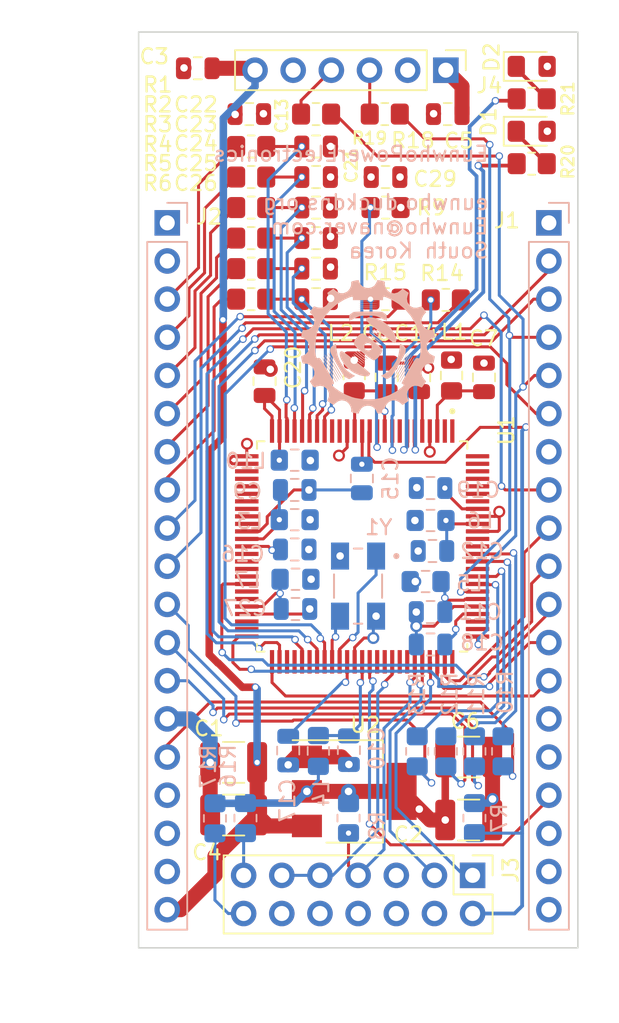
<source format=kicad_pcb>
(kicad_pcb (version 20221018) (generator pcbnew)
  (layers (0 "F.Cu" jumper) (1 "In1.Cu" signal "GND") (2 "In2.Cu" signal "3p3v") (31 "B.Cu" signal) (34 "B.Paste" user) (35 "F.Paste" user) (36 "B.SilkS" user "B.Silkscreen") (37 "F.SilkS" user "F.Silkscreen") (38 "B.Mask" user) (39 "F.Mask" user) (44 "Edge.Cuts" user))
  (net 0 "")
  (net 1 "+5V")
  (net 2 "GND")
  (net 3 "+3.3V")
  (net 4 "Net-(C7-Pad2)")
  (net 5 "Net-(C8-Pad2)")
  (net 6 "Net-(C9-Pad2)")
  (net 7 "Net-(C10-Pad2)")
  (net 8 "Net-(C11-Pad2)")
  (net 9 "Net-(C12-Pad2)")
  (net 10 "Net-(C14-Pad2)")
  (net 11 "Net-(C15-Pad2)")
  (net 12 "Net-(C16-Pad2)")
  (net 13 "Net-(C17-Pad2)")
  (net 14 "Net-(C18-Pad2)")
  (net 15 "Net-(C19-Pad2)")
  (net 16 "Net-(U1-VDDA)")
  (net 17 "Net-(U1-VDD3VFL)")
  (net 18 "Net-(U1-ADCINA0)")
  (net 19 "Net-(U1-ADCINA1)")
  (net 20 "Net-(U1-ADCINA2)")
  (net 21 "Net-(U1-ADCINA3)")
  (net 22 "Net-(U1-ADCINA4)")
  (net 23 "Net-(U1-ADCINA5)")
  (net 24 "FAULT_IPM")
  (net 25 "PWM_B")
  (net 26 "SCI_TXD0")
  (net 27 "SCI_RXD0")
  (net 28 "PWM_A")
  (net 29 "DIGITAL_CMD")
  (net 30 "RELAY_TRIP")
  (net 31 "RELAY_TRIP2")
  (net 32 "SCI_TXD")
  (net 33 "SCI_RXD")
  (net 34 "DIGITAL_CMD2")
  (net 37 "PILOT_LED")
  (net 42 "I_Uphase")
  (net 43 "I_Vphase")
  (net 44 "VDC_sensor")
  (net 45 "ANALOG_CMD")
  (net 46 "TEMPERATURE_IPM")
  (net 47 "ANALOG_CMD2")
  (net 48 "PWM2_L")
  (net 49 "PWM2_H")
  (net 50 "PWM1_L")
  (net 51 "PWM1_H")
  (net 52 "PWM0_L")
  (net 53 "PWM0_H")
  (net 57 "TMS")
  (net 58 "\\TRST")
  (net 59 "TDI")
  (net 60 "TDO")
  (net 61 "TCK")
  (net 62 "Net-(J3-Pin_13)")
  (net 63 "Net-(J3-Pin_14)")
  (net 65 "Net-(J4-Pin_3)")
  (net 66 "Net-(J4-Pin_4)")
  (net 67 "Net-(U1-~{XRS})")
  (net 68 "Net-(U1-GPIO0)")
  (net 69 "Net-(U1-GPIO1)")
  (net 70 "Net-(U1-GPIO2)")
  (net 71 "Net-(U1-GPIO3)")
  (net 72 "Net-(U1-GPIO4)")
  (net 73 "Net-(U1-GPIO5)")
  (net 76 "Net-(D1-K)")
  (net 77 "Net-(D2-K)")
  (net 100 "Net-(U1-X2)")
  (net 101 "Net-(U1-X1)")
  (net 119 "Net-(U1-GPIO20)")
  (net 120 "Net-(U1-GPIO21)")
  (footprint "Capacitor_SMD:C_0805_2012Metric" (layer "F.Cu") (at 67.945 89.027 -90)
    (fp_text reference "C8")
    (fp_text value "2.2uF")
  )
  (footprint "Capacitor_SMD:C_0805_2012Metric" (layer "F.Cu") (at 63.246 77.724 180)
    (fp_text reference "C23")
    (fp_text value "2.2uF")
  )
  (footprint "Resistor_SMD:R_0805_2012Metric_Pad1.20x1.40mm_HandSolder" (layer "F.Cu") (at 58.928 81.788)
    (fp_text reference "R5")
    (fp_text value "50")
  )
  (footprint "Capacitor_SMD:C_1210_3225Metric_Pad1.33x2.70mm_HandSolder" (layer "F.Cu") (at 57.7596 114.6556 180)
    (fp_text reference "C1")
    (fp_text value "22uF/10V")
  )
  (footprint "Capacitor_SMD:C_1210_3225Metric_Pad1.33x2.70mm_HandSolder" (layer "F.Cu") (at 73.406 114.3)
    (fp_text reference "C6")
    (fp_text value "22uF/10V")
  )
  (footprint "Capacitor_SMD:C_0805_2012Metric" (layer "F.Cu") (at 55.372 68.453)
    (fp_text reference "C3")
    (fp_text value "104")
  )
  (footprint "LED_SMD:LED_0805_2012Metric_Pad1.15x1.40mm_HandSolder" (layer "F.Cu") (at 77.597 72.644)
    (fp_text reference "D1")
    (fp_text value "LED")
  )
  (footprint "Capacitor_SMD:C_0805_2012Metric" (layer "F.Cu") (at 70.104 89.027 -90)
    (fp_text reference "C14")
    (fp_text value "2.2uF")
  )
  (footprint "Inductor_SMD:L_0805_2012Metric_Pad1.15x1.40mm_HandSolder" (layer "F.Cu") (at 72.263 88.9 -90)
    (fp_text reference "L1")
    (fp_text value "2A/45mohm/220ohm@100Mhz")
  )
  (footprint "Resistor_SMD:R_0805_2012Metric_Pad1.20x1.40mm_HandSolder" (layer "F.Cu") (at 67.818 71.501 180)
    (fp_text reference "R18")
    (fp_text value "50")
  )
  (footprint "Capacitor_SMD:C_0805_2012Metric" (layer "F.Cu") (at 63.246 79.756 180)
    (fp_text reference "C24")
    (fp_text value "2.2uF")
  )
  (footprint "Resistor_SMD:R_0805_2012Metric_Pad1.20x1.40mm_HandSolder" (layer "F.Cu") (at 77.597 70.485)
    (fp_text reference "R21")
    (fp_text value "470")
  )
  (footprint "Resistor_SMD:R_0805_2012Metric_Pad1.20x1.40mm_HandSolder" (layer "F.Cu") (at 67.8688 83.82 180)
    (fp_text reference "R15")
    (fp_text value "50")
  )
  (footprint "Capacitor_SMD:C_0805_2012Metric" (layer "F.Cu") (at 67.8688 75.692)
    (fp_text reference "C29")
    (fp_text value "2.2uF")
  )
  (footprint "Capacitor_SMD:C_0805_2012Metric" (layer "F.Cu") (at 63.246 81.788 180)
    (fp_text reference "C25")
    (fp_text value "2.2uF")
  )
  (footprint "Capacitor_SMD:C_0805_2012Metric" (layer "F.Cu") (at 72.009 71.501)
    (fp_text reference "C5")
    (fp_text value "104")
  )
  (footprint "Capacitor_SMD:C_0805_2012Metric" (layer "F.Cu") (at 74.422 89.027 -90)
    (fp_text reference "C7")
    (fp_text value "2.2uF")
  )
  (footprint "Connector_PinHeader_2.54mm:PinHeader_1x06_P2.54mm_Vertical" (layer "F.Cu") (at 71.882 68.58 -90)
    (fp_text reference "J4")
    (fp_text value "Conn_01x06")
  )
  (footprint "Capacitor_SMD:C_0805_2012Metric" (layer "F.Cu") (at 63.246 75.692 180)
    (fp_text reference "C22")
    (fp_text value "2.2uF")
  )
  (footprint "Capacitor_SMD:C_1210_3225Metric_Pad1.33x2.70mm_HandSolder" (layer "F.Cu") (at 57.7596 118.1608 180)
    (fp_text reference "C4")
    (fp_text value "22uF/10V")
  )
  (footprint "Resistor_SMD:R_0805_2012Metric_Pad1.20x1.40mm_HandSolder" (layer "F.Cu") (at 58.928 73.66)
    (fp_text reference "R1")
    (fp_text value "50")
  )
  (footprint "Capacitor_SMD:C_0805_2012Metric" (layer "F.Cu") (at 63.246 73.66 180)
    (fp_text reference "C21")
    (fp_text value "2.2uF")
  )
  (footprint "Resistor_SMD:R_0805_2012Metric_Pad1.20x1.40mm_HandSolder" (layer "F.Cu") (at 71.882 83.8708 180)
    (fp_text reference "R14")
    (fp_text value "50")
  )
  (footprint "Package_TO_SOT_SMD:SOT-223-3_TabPin2" (layer "F.Cu") (at 65.786 116.586)
    (fp_text reference "U2")
    (fp_text value "LM1117MP-3.3")
  )
  (footprint "Capacitor_SMD:C_0805_2012Metric" (layer "F.Cu") (at 63.246 83.82 180)
    (fp_text reference "C26")
    (fp_text value "2.2uF")
  )
  (footprint "Resistor_SMD:R_0805_2012Metric_Pad1.20x1.40mm_HandSolder" (layer "F.Cu") (at 58.928 79.756)
    (fp_text reference "R4")
    (fp_text value "50")
  )
  (footprint "Resistor_SMD:R_0805_2012Metric_Pad1.20x1.40mm_HandSolder" (layer "F.Cu") (at 58.928 75.692)
    (fp_text reference "R2")
    (fp_text value "50")
  )
  (footprint "Resistor_SMD:R_0805_2012Metric_Pad1.20x1.40mm_HandSolder" (layer "F.Cu") (at 63.246 71.501 180)
    (fp_text reference "R19")
    (fp_text value "50")
  )
  (footprint "library:QFP50P1600X1600X160-100N" (layer "F.Cu") (at 66.314047 100.2792 -90)
    (fp_text reference "U1")
    (fp_text value "TMS320F28069PZT")
  )
  (footprint "Resistor_SMD:R_0805_2012Metric_Pad1.20x1.40mm_HandSolder" (layer "F.Cu") (at 77.597 74.803)
    (fp_text reference "R20")
    (fp_text value "470")
  )
  (footprint "Resistor_SMD:R_0805_2012Metric_Pad1.20x1.40mm_HandSolder" (layer "F.Cu") (at 67.8688 77.724 180)
    (fp_text reference "R9")
    (fp_text value "10k")
  )
  (footprint "Resistor_SMD:R_0805_2012Metric_Pad1.20x1.40mm_HandSolder" (layer "F.Cu") (at 58.928 77.724)
    (fp_text reference "R3")
    (fp_text value "50")
  )
  (footprint "Resistor_SMD:R_0805_2012Metric_Pad1.20x1.40mm_HandSolder" (layer "F.Cu") (at 58.928 83.82)
    (fp_text reference "R6")
    (fp_text value "50")
  )
  (footprint "Inductor_SMD:L_0805_2012Metric_Pad1.15x1.40mm_HandSolder" (layer "F.Cu") (at 65.786 88.9 -90)
    (fp_text reference "L2")
    (fp_text value "2A/45mohm/220ohm@100Mhz")
  )
  (footprint "Capacitor_SMD:C_1210_3225Metric_Pad1.33x2.70mm_HandSolder" (layer "F.Cu") (at 73.406 118.491)
    (fp_text reference "C2")
    (fp_text value "22uF/10V")
  )
  (footprint "LED_SMD:LED_0805_2012Metric_Pad1.15x1.40mm_HandSolder" (layer "F.Cu") (at 77.597 68.326)
    (fp_text reference "D2")
    (fp_text value "LED")
  )
  (footprint "Capacitor_SMD:C_0805_2012Metric" (layer "F.Cu") (at 59.817 89.281 -90)
    (fp_text reference "C20")
    (fp_text value "2.2uF")
  )
  (footprint "Connector_PinHeader_2.54mm:PinHeader_2x07_P2.54mm_Vertical" (layer "F.Cu") (at 73.665 122.174 -90)
    (fp_text reference "J3")
    (fp_text value "Conn_02x07_Odd_Even")
  )
  (footprint "Capacitor_SMD:C_0805_2012Metric" (layer "F.Cu") (at 58.801 71.501 180)
    (fp_text reference "C13")
    (fp_text value "2.2uF")
  )
  (footprint "Capacitor_SMD:C_0805_2012Metric" (layer "B.Cu") (at 66.294 95.758 90)
    (fp_text reference "C15")
    (fp_text value "2.2uF")
  )
  (footprint "Connector_PinHeader_2.54mm:PinHeader_1x19_P2.54mm_Vertical" (layer "B.Cu") (at 53.34 78.74 180)
    (fp_text reference "J2")
    (fp_text value "Conn_01x19")
  )
  (footprint "Capacitor_SMD:C_0805_2012Metric" (layer "B.Cu") (at 70.993 100.584)
    (fp_text reference "C12")
    (fp_text value "2.2uF")
  )
  (footprint "Inductor_SMD:L_0805_2012Metric_Pad1.15x1.40mm_HandSolder" (layer "B.Cu") (at 63.3984 113.8936 90)
    (fp_text reference "L4")
    (fp_text value "2A/45mohm/220ohm@100Mhz")
  )
  (footprint "Resistor_SMD:R_0805_2012Metric_Pad1.20x1.40mm_HandSolder" (layer "B.Cu") (at 75.692 113.919 90)
    (fp_text reference "R10")
    (fp_text value "50")
  )
  (footprint "Resistor_SMD:R_0805_2012Metric_Pad1.20x1.40mm_HandSolder" (layer "B.Cu") (at 73.787 113.919 90)
    (fp_text reference "R11")
    (fp_text value "50")
  )
  (footprint "Resistor_SMD:R_0805_2012Metric_Pad1.20x1.40mm_HandSolder" (layer "B.Cu") (at 58.547 118.364 90)
    (fp_text reference "R16")
    (fp_text value "470")
  )
  (footprint "Capacitor_SMD:C_0805_2012Metric" (layer "B.Cu") (at 61.3918 113.8682 90)
    (fp_text reference "C17")
    (fp_text value "2.2uF")
  )
  (footprint "Resistor_SMD:R_0805_2012Metric_Pad1.20x1.40mm_HandSolder" (layer "B.Cu") (at 56.515 118.38 -90)
    (fp_text reference "R17")
    (fp_text value "470")
  )
  (footprint "Inductor_SMD:L_0805_2012Metric_Pad1.15x1.40mm_HandSolder" (layer "B.Cu") (at 70.866 98.552)
    (fp_text reference "L6")
    (fp_text value "2A/45mohm/220ohm@100Mhz")
  )
  (footprint "Capacitor_SMD:C_0805_2012Metric" (layer "B.Cu") (at 70.866 104.648)
    (fp_text reference "C11")
    (fp_text value "2.2uF")
  )
  (footprint "library:XTAL_ABM3B-20.000MHZ-B2-T" (layer "B.Cu") (at 66.04 102.9208 180)
    (fp_text reference "Y1")
    (fp_text value "ABM3B-20.000MHZ-B2-T")
  )
  (footprint "Inductor_SMD:L_0805_2012Metric_Pad1.15x1.40mm_HandSolder" (layer "B.Cu") (at 61.8236 94.5388 180)
    (fp_text reference "L10")
    (fp_text value "2A/45mohm/220ohm@100Mhz")
  )
  (footprint "Resistor_SMD:R_0805_2012Metric_Pad1.20x1.40mm_HandSolder" (layer "B.Cu") (at 69.977 113.919 90)
    (fp_text reference "R13")
    (fp_text value "50")
  )
  (footprint "Inductor_SMD:L_0805_2012Metric_Pad1.15x1.40mm_HandSolder" (layer "B.Cu") (at 61.8236 98.5012 180)
    (fp_text reference "L3")
    (fp_text value "2A/45mohm/220ohm@100Mhz")
  )
  (footprint "Capacitor_SMD:C_0805_2012Metric" (layer "B.Cu") (at 70.866 96.393)
    (fp_text reference "C19")
    (fp_text value "2.2uF")
  )
  (footprint "Capacitor_SMD:C_0805_2012Metric" (layer "B.Cu") (at 65.4304 113.8428 90)
    (fp_text reference "C10")
    (fp_text value "2.2uF")
  )
  (footprint "Capacitor_SMD:C_0805_2012Metric" (layer "B.Cu") (at 70.866 106.807)
    (fp_text reference "C18")
    (fp_text value "2.2uF")
  )
  (footprint "Connector_PinHeader_2.54mm:PinHeader_1x19_P2.54mm_Vertical" (layer "B.Cu") (at 78.74 78.74 180)
    (fp_text reference "J1")
    (fp_text value "Conn_01x19")
  )
  (footprint "Inductor_SMD:L_0805_2012Metric_Pad1.15x1.40mm_HandSolder" (layer "B.Cu") (at 61.8744 102.4636 180)
    (fp_text reference "L7")
    (fp_text value "2A/45mohm/220ohm@100Mhz")
  )
  (footprint "library:logo" (layer "B.Cu") (at 66.7004 86.995 180)
    (fp_text reference "")
    (fp_text value "" hide)
  )
  (footprint "Resistor_SMD:R_0805_2012Metric_Pad1.20x1.40mm_HandSolder" (layer "B.Cu") (at 65.405 118.364 90)
    (fp_text reference "R8")
    (fp_text value "2.2k")
  )
  (footprint "Capacitor_SMD:C_0805_2012Metric" (layer "B.Cu") (at 61.8236 96.52 180)
    (fp_text reference "C9")
    (fp_text value "2.2uF")
  )
  (footprint "Capacitor_SMD:C_0805_2012Metric" (layer "B.Cu") (at 61.8236 100.4824 180)
    (fp_text reference "C16")
    (fp_text value "2.2uF")
  )
  (footprint "Inductor_SMD:L_0805_2012Metric_Pad1.15x1.40mm_HandSolder" (layer "B.Cu") (at 70.5358 102.616)
    (fp_text reference "L5")
    (fp_text value "2A/45mohm/220ohm@100Mhz")
  )
  (footprint "Resistor_SMD:R_0805_2012Metric_Pad1.20x1.40mm_HandSolder" (layer "B.Cu") (at 73.787 118.364 90)
    (fp_text reference "R7")
    (fp_text value "2.2k")
  )
  (footprint "Resistor_SMD:R_0805_2012Metric_Pad1.20x1.40mm_HandSolder" (layer "B.Cu") (at 71.882 113.919 90)
    (fp_text reference "R12")
    (fp_text value "50")
  )
  (footprint "Capacitor_SMD:C_0805_2012Metric" (layer "B.Cu") (at 61.8744 104.4448 180)
    (fp_text reference "C27")
    (fp_text value "2.2uF")
  )
  (gr_rect (start 51.435 66.04) (end 80.6704 127) (stroke (width 0.1)) (fill none) (layer "Edge.Cuts"))
  (gr_text "EunwhoPowerElectronics\n\neunwho.duckdns.org\nEunwho@naver.com\nSouth Korea" (at 74.803 81.1784) (layer "B.SilkS") (effects (font (size 1 1)) (justify left bottom mirror)))
  (segment (start 57.0484 93.0148) (end 57.0484 85.1916) (width 0.5) (layer "F.Cu") (net 1))
  (segment (start 56.70765 108.0404) (end 56.134 107.46675) (width 0.5) (layer "F.Cu") (net 1))
  (segment (start 58.3438 109.6518) (end 56.7324 108.0404) (width 0.5) (layer "F.Cu") (net 1))
  (segment (start 60.0473 118.886) (end 59.3221 118.1608) (width 1) (layer "F.Cu") (net 1))
  (segment (start 56.322 68.453) (end 59.055 68.453) (width 1) (layer "F.Cu") (net 1))
  (segment (start 56.7324 108.0404) (end 56.70765 108.0404) (width 0.5) (layer "F.Cu") (net 1))
  (segment (start 56.134 107.46675) (end 56.134 93.9292) (width 0.5) (layer "F.Cu") (net 1))
  (segment (start 62.636 118.886) (end 60.0473 118.886) (width 1) (layer "F.Cu") (net 1))
  (segment (start 56.515 122.174) (end 56.515 120.904) (width 1) (layer "F.Cu") (net 1))
  (segment (start 56.134 93.9292) (end 57.0484 93.0148) (width 0.5) (layer "F.Cu") (net 1))
  (segment (start 56.5789 120.904) (end 59.3221 118.1608) (width 1) (layer "F.Cu") (net 1))
  (segment (start 59.2074 109.6518) (end 58.3438 109.6518) (width 0.5) (layer "F.Cu") (net 1))
  (segment (start 56.515 120.904) (end 56.5789 120.904) (width 1) (layer "F.Cu") (net 1))
  (segment (start 53.34 124.46) (end 54.229 124.46) (width 1) (layer "F.Cu") (net 1))
  (segment (start 59.3221 114.6556) (end 59.3221 118.1608) (width 1) (layer "F.Cu") (net 1))
  (segment (start 54.229 124.46) (end 56.515 122.174) (width 1) (layer "F.Cu") (net 1))
  (segment (start 59.055 68.453) (end 59.182 68.58) (width 1) (layer "F.Cu") (net 1))
  (via (at 59.3221 114.6556) (size 0.5) (drill 0.35) (layers "F.Cu" "B.Cu") (net 1))
  (via (at 59.2074 109.6518) (size 0.5) (drill 0.35) (layers "F.Cu" "B.Cu") (net 1))
  (via (at 57.0484 85.1916) (size 0.5) (drill 0.35) (layers "F.Cu" "B.Cu") (net 1))
  (segment (start 57.0738 85.117398) (end 57.0738 71.7804) (width 0.5) (layer "B.Cu") (net 1))
  (segment (start 59.182 69.6722) (end 59.182 68.58) (width 0.5) (layer "B.Cu") (net 1))
  (segment (start 59.3221 109.7665) (end 59.3221 114.6556) (width 0.5) (layer "B.Cu") (net 1))
  (segment (start 59.2074 109.6518) (end 59.3221 109.7665) (width 0.5) (layer "B.Cu") (net 1))
  (segment (start 57.0484 85.1916) (end 57.0484 85.142798) (width 0.5) (layer "B.Cu") (net 1))
  (segment (start 57.0738 71.7804) (end 59.182 69.6722) (width 0.5) (layer "B.Cu") (net 1))
  (segment (start 57.0484 85.142798) (end 57.0738 85.117398) (width 0.5) (layer "B.Cu") (net 1))
  (segment (start 57.4294 94.5388) (end 57.689 94.2792) (width 0.2) (layer "F.Cu") (net 2))
  (segment (start 75.438 98.3742) (end 75.3364 98.2726) (width 0.2) (layer "F.Cu") (net 2))
  (segment (start 70.814047 92.5992) (end 70.814047 93.978847) (width 0.2) (layer "F.Cu") (net 2))
  (segment (start 71.0946 105.5878) (end 69.916 105.5878) (width 0.2) (layer "F.Cu") (net 2))
  (segment (start 58.634047 104.7792) (end 62.49 104.7792) (width 0.2) (layer "F.Cu") (net 2))
  (segment (start 73.994047 98.2792) (end 75.1261 98.2792) (width 0.2) (layer "F.Cu") (net 2))
  (segment (start 59.817 88.331) (end 60.0354 88.331) (width 1) (layer "F.Cu") (net 2))
  (segment (start 75.3298 98.2792) (end 75.1261 98.2792) (width 0.2) (layer "F.Cu") (net 2))
  (segment (start 73.994047 104.2792) (end 72.4032 104.2792) (width 0.2) (layer "F.Cu") (net 2))
  (segment (start 62.49 104.7792) (end 62.8244 104.4448) (width 0.2) (layer "F.Cu") (net 2))
  (segment (start 64.196 81.788) (end 64.196 81.7016) (width 1) (layer "F.Cu") (net 2))
  (segment (start 59.9948 98.762711) (end 59.9948 98.298) (width 0.2) (layer "F.Cu") (net 2))
  (segment (start 62.636 114.286) (end 64.9236 114.286) (width 1) (layer "F.Cu") (net 2))
  (segment (start 75.3364 98.2726) (end 75.3298 98.2792) (width 0.2) (layer "F.Cu") (net 2))
  (segment (start 61.7728 96.52) (end 62.7736 96.52) (width 0.2) (layer "F.Cu") (net 2))
  (segment (start 66.436818 106.3752) (end 67.056 106.3752) (width 0.2) (layer "F.Cu") (net 2))
  (segment (start 71.059 71.4858) (end 71.0692 71.4756) (width 1) (layer "F.Cu") (net 2))
  (segment (start 66.9188 75.692) (end 66.9036 75.692) (width 1) (layer "F.Cu") (net 2))
  (segment (start 65.814047 107.9592) (end 65.814047 106.997971) (width 0.2) (layer "F.Cu") (net 2))
  (segment (start 70.104 88.077) (end 70.3986 88.077) (width 0.2) (layer "F.Cu") (net 2))
  (segment (start 54.4322 68.453) (end 54.4576 68.4276) (width 1) (layer "F.Cu") (net 2))
  (segment (start 64.9236 114.286) (end 65.4304 114.7928) (width 1) (layer "F.Cu") (net 2))
  (segment (start 56.1971 118.1608) (end 56.1971 114.6556) (width 1) (layer "F.Cu") (net 2))
  (segment (start 59.751 71.501) (end 59.751 71.4858) (width 1) (layer "F.Cu") (net 2))
  (segment (start 64.196 79.756) (end 64.196 79.6696) (width 1) (layer "F.Cu") (net 2))
  (segment (start 61.924 114.286) (end 61.3918 114.8182) (width 1) (layer "F.Cu") (net 2))
  (segment (start 58.634047 94.7792) (end 57.6698 94.7792) (width 0.2) (layer "F.Cu") (net 2))
  (segment (start 64.196 81.7016) (end 64.2112 81.6864) (width 1) (layer "F.Cu") (net 2))
  (segment (start 75.3458 99.2792) (end 75.438 99.187) (width 0.2) (layer "F.Cu") (net 2))
  (segment (start 58.634047 94.2792) (end 58.634047 93.461153) (width 0.2) (layer "F.Cu") (net 2))
  (segment (start 64.196 83.82) (end 64.196 83.7844) (width 1) (layer "F.Cu") (net 2))
  (segment (start 74.991 118.4685) (end 74.991 117.094) (width 1) (layer "F.Cu") (net 2))
  (segment (start 65.314047 92.5992) (end 65.314047 93.689953) (width 0.2) (layer "F.Cu") (net 2))
  (segment (start 67.945 88.077) (end 70.104 88.077) (width 0.2) (layer "F.Cu") (net 2))
  (segment (start 64.196 73.66) (end 64.2112 73.66) (width 1) (layer "F.Cu") (net 2))
  (segment (start 64.196 77.7088) (end 64.1604 77.6732) (width 1) (layer "F.Cu") (net 2))
  (segment (start 64.196 75.692) (end 64.2112 75.692) (width 1) (layer "F.Cu") (net 2))
  (segment (start 74.991 117.094) (end 74.991 114.3225) (width 1) (layer "F.Cu") (net 2))
  (segment (start 54.422 68.453) (end 54.4322 68.453) (width 1) (layer "F.Cu") (net 2))
  (segment (start 73.994047 99.2792) (end 75.3458 99.2792) (width 0.2) (layer "F.Cu") (net 2))
  (segment (start 59.478311 99.2792) (end 59.9948 98.762711) (width 0.2) (layer "F.Cu") (net 2))
  (segment (start 58.634047 93.461153) (end 58.6486 93.4466) (width 0.2) (layer "F.Cu") (net 2))
  (segment (start 64.196 79.6696) (end 64.2112 79.6544) (width 1) (layer "F.Cu") (net 2))
  (segment (start 58.634047 99.2792) (end 59.478311 99.2792) (width 0.2) (layer "F.Cu") (net 2))
  (segment (start 65.814047 106.997971) (end 66.436818 106.3752) (width 0.2) (layer "F.Cu") (net 2))
  (segment (start 75.438 99.187) (end 75.438 98.3742) (width 0.2) (layer "F.Cu") (net 2))
  (segment (start 60.0354 88.331) (end 60.198 88.4936) (width 1) (layer "F.Cu") (net 2))
  (segment (start 74.991 114.3225) (end 74.9685 114.3) (width 1) (layer "F.Cu") (net 2))
  (segment (start 57.6698 94.7792) (end 57.4294 94.5388) (width 0.2) (layer "F.Cu") (net 2))
  (segment (start 59.9948 98.298) (end 61.7728 96.52) (width 0.2) (layer "F.Cu") (net 2))
  (segment (start 71.059 71.501) (end 71.059 71.4858) (width 1) (layer "F.Cu") (net 2))
  (segment (start 64.196 77.724) (end 64.196 77.7088) (width 1) (layer "F.Cu") (net 2))
  (segment (start 70.3986 88.077) (end 70.7136 88.392) (width 0.2) (layer "F.Cu") (net 2))
  (segment (start 74.9685 118.491) (end 74.991 118.4685) (width 1) (layer "F.Cu") (net 2))
  (segment (start 59.751 71.4858) (end 59.7408 71.4756) (width 1) (layer "F.Cu") (net 2))
  (segment (start 72.4032 104.2792) (end 71.0946 105.5878) (width 0.2) (layer "F.Cu") (net 2))
  (segment (start 65.314047 93.689953) (end 64.77 94.234) (width 0.2) (layer "F.Cu") (net 2))
  (segment (start 62.636 114.286) (end 61.924 114.286) (width 1) (layer "F.Cu") (net 2))
  (segment (start 75.1261 98.2792) (end 75.4375 97.9678) (width 0.2) (layer "F.Cu") (net 2))
  (segment (start 64.196 83.7844) (end 64.2112 83.7692) (width 1) (layer "F.Cu") (net 2))
  (segment (start 57.689 94.2792) (end 58.634047 94.2792) (width 0.2) (layer "F.Cu") (net 2))
  (via blind (at 74.422 88.077) (size 0.8) (drill 0.5) (layers "F.Cu" "In1.Cu") (net 2))
  (via blind (at 59.7408 71.4756) (size 0.8) (drill 0.5) (layers "F.Cu" "In1.Cu") (net 2))
  (via (at 69.916 105.5878) (size 0.8) (drill 0.5) (layers "F.Cu" "B.Cu") (net 2))
  (via blind (at 66.9036 75.692) (size 0.8) (drill 0.5) (layers "F.Cu" "In1.Cu") (net 2))
  (via blind (at 70.814047 93.978847) (size 0.8) (drill 0.5) (layers "F.Cu" "In1.Cu") (net 2))
  (via blind (at 70.7136 88.392) (size 0.8) (drill 0.5) (layers "F.Cu" "In1.Cu") (net 2))
  (via blind (at 64.2112 75.692) (size 0.8) (drill 0.5) (layers "F.Cu" "In1.Cu") (net 2))
  (via (at 56.1971 114.6556) (size 0.8) (drill 0.5) (layers "F.Cu" "B.Cu") (net 2))
  (via blind (at 64.2112 79.6544) (size 0.8) (drill 0.5) (layers "F.Cu" "In1.Cu") (net 2))
  (via blind (at 58.6486 93.4466) (size 0.8) (drill 0.5) (layers "F.Cu" "In1.Cu") (net 2))
  (via blind (at 75.4375 97.9678) (size 0.8) (drill 0.5) (layers "F.Cu" "In1.Cu") (net 2))
  (via blind (at 54.4576 68.4276) (size 0.8) (drill 0.5) (layers "F.Cu" "In1.Cu") (net 2))
  (via (at 65.4304 114.7928) (size 0.8) (drill 0.5) (layers "F.Cu" "B.Cu") (net 2))
  (via blind (at 64.2112 83.7692) (size 0.8) (drill 0.5) (layers "F.Cu" "In1.Cu") (net 2))
  (via (at 67.056 106.3752) (size 0.8) (drill 0.5) (layers "F.Cu" "B.Cu") (net 2))
  (via blind (at 64.77 94.234) (size 0.8) (drill 0.5) (layers "F.Cu" "In1.Cu") (net 2))
  (via blind (at 71.0692 71.4756) (size 0.8) (drill 0.5) (layers "F.Cu" "In1.Cu") (net 2))
  (via blind (at 64.2112 73.66) (size 0.8) (drill 0.5) (layers "F.Cu" "In1.Cu") (net 2))
  (via blind (at 64.2112 81.6864) (size 0.8) (drill 0.5) (layers "F.Cu" "In1.Cu") (net 2))
  (via (at 62.7736 96.52) (size 0.8) (drill 0.5) (layers "F.Cu" "B.Cu") (net 2))
  (via blind (at 64.1604 77.6732) (size 0.8) (drill 0.5) (layers "F.Cu" "In1.Cu") (net 2))
  (via (at 61.3918 114.8182) (size 0.8) (drill 0.5) (layers "F.Cu" "B.Cu") (net 2))
  (via (at 62.8244 104.4448) (size 0.8) (drill 0.5) (layers "F.Cu" "B.Cu") (net 2))
  (via (at 74.991 117.094) (size 0.8) (drill 0.5) (layers "F.Cu" "B.Cu") (net 2))
  (via blind (at 60.198 88.4936) (size 0.8) (drill 0.5) (layers "F.Cu" "In1.Cu") (net 2))
  (via blind (at 67.24 104.9208) (size 0.8) (drill 0.5) (layers "In1.Cu" "B.Cu") (net 2))
  (via blind (at 69.916 104.648) (size 0.8) (drill 0.5) (layers "In1.Cu" "B.Cu") (net 2))
  (via blind (at 62.7634 100.4824) (size 0.8) (drill 0.5) (layers "In1.Cu" "B.Cu") (net 2))
  (via blind (at 64.8462 100.9142) (size 0.8) (drill 0.5) (layers "In1.Cu" "B.Cu") (net 2))
  (via blind (at 70.043 100.584) (size 0.8) (drill 0.5) (layers "In1.Cu" "B.Cu") (net 2))
  (via blind (at 69.9516 96.3676) (size 0.8) (drill 0.5) (layers "In1.Cu" "B.Cu") (net 2))
  (segment (start 64.84 100.9204) (end 64.8462 100.9142) (width 0.2) (layer "B.Cu") (net 2))
  (segment (start 73.787 117.364) (end 74.721 117.364) (width 0.5) (layer "B.Cu") (net 2))
  (segment (start 62.7736 96.52) (end 66.106 96.52) (width 0.2) (layer "B.Cu") (net 2))
  (segment (start 56.1971 113.0931) (end 56.1971 114.6556) (width 1) (layer "B.Cu") (net 2))
  (segment (start 62.7736 100.4824) (end 62.7634 100.4824) (width 0.2) (layer "B.Cu") (net 2))
  (segment (start 64.84 100.9208) (end 64.84 100.9204) (width 0.2) (layer "B.Cu") (net 2))
  (segment (start 69.916 106.807) (end 69.916 105.5878) (width 0.2) (layer "B.Cu") (net 2))
  (segment (start 69.916 105.5878) (end 69.916 104.648) (width 0.2) (layer "B.Cu") (net 2))
  (segment (start 66.106 96.52) (end 66.294 96.708) (width 0.2) (layer "B.Cu") (net 2))
  (segment (start 69.9262 96.393) (end 69.9516 96.3676) (width 0.2) (layer "B.Cu") (net 2))
  (segment (start 53.34 111.76) (end 54.864 111.76) (width 1) (layer "B.Cu") (net 2))
  (segment (start 54.864 111.76) (end 56.1971 113.0931) (width 1) (layer "B.Cu") (net 2))
  (segment (start 69.916 96.393) (end 69.9262 96.393) (width 0.2) (layer "B.Cu") (net 2))
  (segment (start 67.056 106.3752) (end 67.056 105.1048) (width 0.2) (layer "B.Cu") (net 2))
  (segment (start 74.721 117.364) (end 74.991 117.094) (width 0.5) (layer "B.Cu") (net 2))
  (segment (start 67.056 105.1048) (end 67.24 104.9208) (width 0.2) (layer "B.Cu") (net 2))
  (segment (start 62.636 116.586) (end 65.405 116.586) (width 1) (layer "F.Cu") (net 3))
  (segment (start 70.841 118.491) (end 68.936 116.586) (width 1) (layer "F.Cu") (net 3))
  (segment (start 68.8188 75.692) (end 68.834 75.692) (width 1) (layer "F.Cu") (net 3))
  (segment (start 57.851 71.5162) (end 57.8612 71.5264) (width 1) (layer "F.Cu") (net 3))
  (segment (start 57.851 71.501) (end 57.851 71.5162) (width 1) (layer "F.Cu") (net 3))
  (segment (start 78.622 68.326) (end 78.6384 68.326) (width 0.5) (layer "F.Cu") (net 3))
  (segment (start 78.622 72.644) (end 78.6384 72.644) (width 0.5) (layer "F.Cu") (net 3))
  (segment (start 68.8688 77.724) (end 68.8848 77.724) (width 1) (layer "F.Cu") (net 3))
  (segment (start 71.8435 118.491) (end 70.841 118.491) (width 1) (layer "F.Cu") (net 3))
  (segment (start 71.8435 114.3) (end 71.8435 118.491) (width 0.5) (layer "F.Cu") (net 3))
  (segment (start 65.405 116.586) (end 68.936 116.586) (width 1) (layer "F.Cu") (net 3))
  (segment (start 72.263 87.8586) (end 72.2376 87.8332) (width 0.2) (layer "F.Cu") (net 3))
  (segment (start 72.263 87.875) (end 72.263 87.8586) (width 0.2) (layer "F.Cu") (net 3))
  (segment (start 65.786 87.875) (end 65.786 87.884) (width 0.2) (layer "F.Cu") (net 3))
  (segment (start 72.959 71.501) (end 72.959 69.657) (width 1) (layer "F.Cu") (net 3))
  (segment (start 72.959 69.657) (end 71.882 68.58) (width 1) (layer "F.Cu") (net 3))
  (via (at 65.405 116.586) (size 0.8) (drill 0.5) (layers "F.Cu" "B.Cu") (net 3))
  (via blind (at 78.6384 68.326) (size 0.8) (drill 0.5) (layers "F.Cu" "In2.Cu") (net 3))
  (via blind (at 65.786 87.884) (size 0.8) (drill 0.5) (layers "F.Cu" "In2.Cu") (net 3))
  (via blind (at 68.834 75.692) (size 0.8) (drill 0.5) (layers "F.Cu" "In2.Cu") (net 3))
  (via blind (at 70.1169 117.7669) (size 0.8) (drill 0.5) (layers "F.Cu" "In2.Cu") (net 3))
  (via blind (at 68.8848 77.724) (size 0.8) (drill 0.5) (layers "F.Cu" "In2.Cu") (net 3))
  (via blind (at 57.8612 71.5264) (size 0.8) (drill 0.5) (layers "F.Cu" "In2.Cu") (net 3))
  (via blind (at 78.6384 72.644) (size 0.8) (drill 0.5) (layers "F.Cu" "In2.Cu") (net 3))
  (via blind (at 72.2376 87.8332) (size 0.8) (drill 0.5) (layers "F.Cu" "In2.Cu") (net 3))
  (via blind (at 71.8435 118.491) (size 0.8) (drill 0.5) (layers "F.Cu" "In2.Cu") (net 3))
  (via (at 62.636 116.586) (size 0.8) (drill 0.5) (layers "F.Cu" "B.Cu") (net 3))
  (via blind (at 69.85 102.616) (size 0.8) (drill 0.5) (layers "In2.Cu" "B.Cu") (net 3))
  (via blind (at 62.865 94.5642) (size 0.8) (drill 0.5) (layers "In2.Cu" "B.Cu") (net 3))
  (via blind (at 69.8246 98.552) (size 0.8) (drill 0.5) (layers "In2.Cu" "B.Cu") (net 3))
  (via blind (at 62.9158 102.4636) (size 0.8) (drill 0.5) (layers "In2.Cu" "B.Cu") (net 3))
  (via blind (at 62.8486 98.5012) (size 0.8) (drill 0.5) (layers "In2.Cu" "B.Cu") (net 3))
  (segment (start 62.8486 94.5388) (end 62.8486 94.5478) (width 0.2) (layer "B.Cu") (net 3))
  (segment (start 63.3984 114.9186) (end 63.3984 115.8236) (width 0.2) (layer "B.Cu") (net 3))
  (segment (start 62.8486 94.5478) (end 62.865 94.5642) (width 0.2) (layer "B.Cu") (net 3))
  (segment (start 62.8994 102.4636) (end 62.9158 102.4636) (width 0.2) (layer "B.Cu") (net 3))
  (segment (start 69.841 98.552) (end 69.8246 98.552) (width 0.2) (layer "B.Cu") (net 3))
  (segment (start 61.858 117.364) (end 62.636 116.586) (width 0.5) (layer "B.Cu") (net 3))
  (segment (start 58.531 117.38) (end 58.547 117.364) (width 0.5) (layer "B.Cu") (net 3))
  (segment (start 69.841 102.616) (end 69.85 102.616) (width 0.2) (layer "B.Cu") (net 3))
  (segment (start 65.405 117.364) (end 65.405 116.586) (width 1) (layer "B.Cu") (net 3))
  (segment (start 56.515 117.38) (end 58.531 117.38) (width 0.5) (layer "B.Cu") (net 3))
  (segment (start 63.3984 115.8236) (end 62.636 116.586) (width 0.2) (layer "B.Cu") (net 3))
  (segment (start 58.547 117.364) (end 61.858 117.364) (width 0.5) (layer "B.Cu") (net 3))
  (segment (start 72.263 89.925) (end 74.37 89.925) (width 0.2) (layer "F.Cu") (net 4))
  (segment (start 71.314047 92.5992) (end 71.314047 90.873953) (width 0.2) (layer "F.Cu") (net 4))
  (segment (start 71.314047 90.873953) (end 72.263 89.925) (width 0.2) (layer "F.Cu") (net 4))
  (segment (start 74.37 89.925) (end 74.422 89.977) (width 0.2) (layer "F.Cu") (net 4))
  (segment (start 67.893 89.925) (end 67.945 89.977) (width 0.2) (layer "F.Cu") (net 5))
  (segment (start 65.786 89.925) (end 67.893 89.925) (width 0.2) (layer "F.Cu") (net 5))
  (segment (start 65.814047 92.5992) (end 65.814047 89.953047) (width 0.2) (layer "F.Cu") (net 5))
  (segment (start 65.814047 89.953047) (end 65.786 89.925) (width 0.2) (layer "F.Cu") (net 5))
  (segment (start 60.7986 98.7134) (end 60.7986 98.5012) (width 0.2) (layer "F.Cu") (net 6))
  (segment (start 58.634047 99.7792) (end 59.7328 99.7792) (width 0.2) (layer "F.Cu") (net 6))
  (segment (start 59.7328 99.7792) (end 60.7986 98.7134) (width 0.2) (layer "F.Cu") (net 6))
  (via (at 60.7986 98.5012) (size 0.5) (drill 0.35) (layers "F.Cu" "B.Cu") (net 6))
  (segment (start 60.7986 96.595) (end 60.8736 96.52) (width 0.2) (layer "B.Cu") (net 6))
  (segment (start 60.7986 98.5012) (end 60.7986 96.595) (width 0.2) (layer "B.Cu") (net 6))
  (segment (start 66.314047 107.9592) (end 66.314047 109.225353) (width 0.2) (layer "F.Cu") (net 7))
  (segment (start 66.314047 109.225353) (end 66.1924 109.347) (width 0.2) (layer "F.Cu") (net 7))
  (via (at 66.1924 109.347) (size 0.5) (drill 0.35) (layers "F.Cu" "B.Cu") (net 7))
  (segment (start 63.3984 112.8686) (end 65.4062 112.8686) (width 0.2) (layer "B.Cu") (net 7))
  (segment (start 65.4062 112.8686) (end 65.4304 112.8928) (width 0.2) (layer "B.Cu") (net 7))
  (segment (start 66.1924 112.1308) (end 65.4304 112.8928) (width 0.2) (layer "B.Cu") (net 7))
  (segment (start 66.1924 109.347) (end 66.1924 112.1308) (width 0.2) (layer "B.Cu") (net 7))
  (segment (start 73.177718 103.7792) (end 73.100265 103.856653) (width 0.2) (layer "F.Cu") (net 8))
  (segment (start 71.964453 103.856653) (end 71.816 103.7082) (width 0.2) (layer "F.Cu") (net 8))
  (segment (start 73.100265 103.856653) (end 71.964453 103.856653) (width 0.2) (layer "F.Cu") (net 8))
  (segment (start 73.994047 103.7792) (end 73.177718 103.7792) (width 0.2) (layer "F.Cu") (net 8))
  (via (at 71.816 103.7082) (size 0.5) (drill 0.35) (layers "F.Cu" "B.Cu") (net 8))
  (segment (start 71.816 104.648) (end 71.816 102.691) (width 0.2) (layer "B.Cu") (net 8))
  (segment (start 73.994047 98.7792) (end 72.1182 98.7792) (width 0.2) (layer "F.Cu") (net 9))
  (segment (start 72.1182 98.7792) (end 71.891 98.552) (width 0.2) (layer "F.Cu") (net 9))
  (via (at 71.891 98.552) (size 0.5) (drill 0.35) (layers "F.Cu" "B.Cu") (net 9))
  (segment (start 71.943 98.604) (end 71.891 98.552) (width 0.2) (layer "B.Cu") (net 9))
  (segment (start 71.943 100.584) (end 71.943 98.604) (width 0.2) (layer "B.Cu") (net 9))
  (segment (start 70.314047 90.187047) (end 70.104 89.977) (width 0.2) (layer "F.Cu") (net 10))
  (segment (start 70.314047 92.5992) (end 70.314047 90.187047) (width 0.2) (layer "F.Cu") (net 10))
  (segment (start 66.314047 94.787953) (end 66.294 94.808) (width 0.2) (layer "F.Cu") (net 11))
  (segment (start 66.314047 92.5992) (end 66.314047 94.787953) (width 0.2) (layer "F.Cu") (net 11))
  (via (at 66.294 94.808) (size 0.5) (drill 0.35) (layers "F.Cu" "B.Cu") (net 11))
  (segment (start 60.071 100.2792) (end 58.634047 100.2792) (width 0.2) (layer "F.Cu") (net 12))
  (segment (start 60.325 100.5332) (end 60.071 100.2792) (width 0.2) (layer "F.Cu") (net 12))
  (via (at 60.325 100.5332) (size 0.5) (drill 0.35) (layers "F.Cu" "B.Cu") (net 12))
  (segment (start 65.2018 109.3216) (end 65.314047 109.209353) (width 0.2) (layer "F.Cu") (net 13))
  (segment (start 65.314047 109.209353) (end 65.314047 107.9592) (width 0.2) (layer "F.Cu") (net 13))
  (via (at 65.2018 109.3216) (size 0.5) (drill 0.35) (layers "F.Cu" "B.Cu") (net 13))
  (segment (start 64.9884 109.3216) (end 65.2018 109.3216) (width 0.2) (layer "B.Cu") (net 13))
  (segment (start 61.3918 112.9182) (end 64.9884 109.3216) (width 0.2) (layer "B.Cu") (net 13))
  (segment (start 73.025 104.775) (end 72.5424 105.2576) (width 0.2) (layer "F.Cu") (net 14))
  (segment (start 73.168545 104.775) (end 73.025 104.775) (width 0.2) (layer "F.Cu") (net 14))
  (segment (start 72.5424 105.2576) (end 72.5424 105.791) (width 0.2) (layer "F.Cu") (net 14))
  (segment (start 73.172745 104.7792) (end 73.168545 104.775) (width 0.2) (layer "F.Cu") (net 14))
  (segment (start 73.994047 104.7792) (end 73.172745 104.7792) (width 0.2) (layer "F.Cu") (net 14))
  (via (at 72.5424 105.791) (size 0.5) (drill 0.35) (layers "F.Cu" "B.Cu") (net 14))
  (segment (start 72.5424 105.791) (end 72.5424 106.0806) (width 0.2) (layer "B.Cu") (net 14))
  (segment (start 72.5424 106.0806) (end 71.816 106.807) (width 0.2) (layer "B.Cu") (net 14))
  (segment (start 71.816 96.6318) (end 71.816 96.393) (width 0.2) (layer "F.Cu") (net 15))
  (segment (start 72.9634 97.7792) (end 71.816 96.6318) (width 0.2) (layer "F.Cu") (net 15))
  (segment (start 73.994047 97.7792) (end 72.9634 97.7792) (width 0.2) (layer "F.Cu") (net 15))
  (via (at 71.816 96.393) (size 0.5) (drill 0.35) (layers "F.Cu" "B.Cu") (net 15))
  (segment (start 60.814047 92.5992) (end 60.814047 91.192447) (width 0.2) (layer "F.Cu") (net 16))
  (segment (start 60.314047 92.5992) (end 60.314047 91.606847) (width 0.2) (layer "F.Cu") (net 16))
  (segment (start 60.814047 92.5992) (end 60.814047 94.523353) (width 0.2) (layer "F.Cu") (net 16))
  (segment (start 59.8526 90.231) (end 59.817 90.231) (width 0.2) (layer "F.Cu") (net 16))
  (segment (start 60.814047 94.523353) (end 60.7986 94.5388) (width 0.2) (layer "F.Cu") (net 16))
  (segment (start 60.814047 91.192447) (end 59.8526 90.231) (width 0.2) (layer "F.Cu") (net 16))
  (segment (start 59.817 91.1098) (end 59.817 90.231) (width 0.2) (layer "F.Cu") (net 16))
  (segment (start 60.314047 91.606847) (end 59.817 91.1098) (width 0.2) (layer "F.Cu") (net 16))
  (via (at 60.7986 94.5388) (size 0.5) (drill 0.35) (layers "F.Cu" "B.Cu") (net 16))
  (segment (start 59.6778 104.2792) (end 58.634047 104.2792) (width 0.2) (layer "F.Cu") (net 17))
  (segment (start 60.5536 103.4034) (end 59.6778 104.2792) (width 0.2) (layer "F.Cu") (net 17))
  (segment (start 60.8494 103.4034) (end 60.5536 103.4034) (width 0.2) (layer "F.Cu") (net 17))
  (via (at 60.8494 103.4034) (size 0.5) (drill 0.35) (layers "F.Cu" "B.Cu") (net 17))
  (segment (start 60.8494 103.7082) (end 60.8494 102.4636) (width 0.2) (layer "B.Cu") (net 17))
  (segment (start 60.8494 104.3698) (end 60.9244 104.4448) (width 0.2) (layer "B.Cu") (net 17))
  (segment (start 60.8494 103.7082) (end 60.8494 104.3698) (width 0.2) (layer "B.Cu") (net 17))
  (segment (start 60.8494 103.4034) (end 60.8494 103.7082) (width 0.2) (layer "B.Cu") (net 17))
  (segment (start 59.928 73.66) (end 62.296 73.66) (width 0.2) (layer "F.Cu") (net 18))
  (segment (start 61.2995 90.755594) (end 61.249026 90.806068) (width 0.2) (layer "F.Cu") (net 18))
  (segment (start 61.249026 91.694835) (end 61.314047 91.759856) (width 0.2) (layer "F.Cu") (net 18))
  (segment (start 61.314047 91.759856) (end 61.314047 92.5992) (width 0.2) (layer "F.Cu") (net 18))
  (segment (start 61.249026 90.806068) (end 61.249026 91.694835) (width 0.2) (layer "F.Cu") (net 18))
  (segment (start 61.2995 90.521698) (end 61.2995 90.755594) (width 0.2) (layer "F.Cu") (net 18))
  (via (at 62.296 73.66) (size 0.5) (drill 0.35) (layers "F.Cu" "B.Cu") (net 18))
  (via (at 61.2995 90.521698) (size 0.5) (drill 0.35) (layers "F.Cu" "B.Cu") (net 18))
  (segment (start 61.2995 90.521698) (end 61.265547 90.487745) (width 0.2) (layer "B.Cu") (net 18))
  (segment (start 61.265547 90.487745) (end 61.265547 86.00729) (width 0.2) (layer "B.Cu") (net 18))
  (segment (start 60.052 75.904) (end 62.296 73.66) (width 0.2) (layer "B.Cu") (net 18))
  (segment (start 60.052 84.79374) (end 60.052 75.904) (width 0.2) (layer "B.Cu") (net 18))
  (segment (start 61.265547 86.00729) (end 60.052 84.79374) (width 0.2) (layer "B.Cu") (net 18))
  (segment (start 61.814047 91.076888) (end 61.814047 92.5992) (width 0.2) (layer "F.Cu") (net 19))
  (segment (start 61.799526 91.062367) (end 61.814047 91.076888) (width 0.2) (layer "F.Cu") (net 19))
  (segment (start 59.928 75.692) (end 62.296 75.692) (width 0.2) (layer "F.Cu") (net 19))
  (via (at 62.296 75.692) (size 0.5) (drill 0.35) (layers "F.Cu" "B.Cu") (net 19))
  (via (at 61.799526 91.062367) (size 0.5) (drill 0.35) (layers "F.Cu" "B.Cu") (net 19))
  (segment (start 61.799526 91.062367) (end 61.849 91.012893) (width 0.2) (layer "B.Cu") (net 19))
  (segment (start 60.452 77.536) (end 62.296 75.692) (width 0.2) (layer "B.Cu") (net 19))
  (segment (start 60.452 84.628055) (end 60.452 77.536) (width 0.2) (layer "B.Cu") (net 19))
  (segment (start 61.849 86.025055) (end 60.452 84.628055) (width 0.2) (layer "B.Cu") (net 19))
  (segment (start 61.849 91.012893) (end 61.849 86.025055) (width 0.2) (layer "B.Cu") (net 19))
  (segment (start 62.484 89.916) (end 62.349026 90.050974) (width 0.2) (layer "F.Cu") (net 20))
  (segment (start 59.928 77.724) (end 62.296 77.724) (width 0.2) (layer "F.Cu") (net 20))
  (segment (start 62.349026 92.564221) (end 62.314047 92.5992) (width 0.2) (layer "F.Cu") (net 20))
  (segment (start 62.349026 90.050974) (end 62.349026 92.564221) (width 0.2) (layer "F.Cu") (net 20))
  (via (at 62.484 89.916) (size 0.5) (drill 0.35) (layers "F.Cu" "B.Cu") (net 20))
  (via (at 62.296 77.724) (size 0.5) (drill 0.35) (layers "F.Cu" "B.Cu") (net 20))
  (segment (start 62.484 89.916) (end 62.611 89.789) (width 0.2) (layer "B.Cu") (net 20))
  (segment (start 60.922 79.098) (end 62.296 77.724) (width 0.2) (layer "B.Cu") (net 20))
  (segment (start 60.922 84.53237) (end 60.922 79.098) (width 0.2) (layer "B.Cu") (net 20))
  (segment (start 62.611 86.221371) (end 60.922 84.53237) (width 0.2) (layer "B.Cu") (net 20))
  (segment (start 62.611 89.789) (end 62.611 86.221371) (width 0.2) (layer "B.Cu") (net 20))
  (segment (start 63.029668 91.075535) (end 63.029668 91.28696) (width 0.2) (layer "F.Cu") (net 21))
  (segment (start 63.029668 91.28696) (end 62.814047 91.502581) (width 0.2) (layer "F.Cu") (net 21))
  (segment (start 59.928 79.756) (end 62.296 79.756) (width 0.2) (layer "F.Cu") (net 21))
  (segment (start 62.814047 91.502581) (end 62.814047 92.5992) (width 0.2) (layer "F.Cu") (net 21))
  (via (at 62.296 79.756) (size 0.5) (drill 0.35) (layers "F.Cu" "B.Cu") (net 21))
  (via (at 63.029668 91.075535) (size 0.5) (drill 0.35) (layers "F.Cu" "B.Cu") (net 21))
  (segment (start 61.322 84.366685) (end 61.322 80.73) (width 0.2) (layer "B.Cu") (net 21))
  (segment (start 63.029668 91.075535) (end 63.119 90.986203) (width 0.2) (layer "B.Cu") (net 21))
  (segment (start 63.119 86.163685) (end 61.322 84.366685) (width 0.2) (layer "B.Cu") (net 21))
  (segment (start 63.119 90.986203) (end 63.119 86.163685) (width 0.2) (layer "B.Cu") (net 21))
  (segment (start 61.322 80.73) (end 62.296 79.756) (width 0.2) (layer "B.Cu") (net 21))
  (segment (start 59.928 81.788) (end 62.296 81.788) (width 0.2) (layer "F.Cu") (net 22))
  (segment (start 63.314047 91.568267) (end 63.314047 92.5992) (width 0.2) (layer "F.Cu") (net 22))
  (segment (start 63.679978 91.202336) (end 63.314047 91.568267) (width 0.2) (layer "F.Cu") (net 22))
  (segment (start 63.679978 90.797986) (end 63.679978 91.202336) (width 0.2) (layer "F.Cu") (net 22))
  (via (at 62.296 81.788) (size 0.5) (drill 0.35) (layers "F.Cu" "B.Cu") (net 22))
  (via (at 63.679978 90.797986) (size 0.5) (drill 0.35) (layers "F.Cu" "B.Cu") (net 22))
  (segment (start 63.862 86.214) (end 61.722 84.074) (width 0.2) (layer "B.Cu") (net 22))
  (segment (start 61.722 82.362) (end 62.296 81.788) (width 0.2) (layer "B.Cu") (net 22))
  (segment (start 61.722 84.074) (end 61.722 82.362) (width 0.2) (layer "B.Cu") (net 22))
  (segment (start 63.862 90.615964) (end 63.862 86.214) (width 0.2) (layer "B.Cu") (net 22))
  (segment (start 63.679978 90.797986) (end 63.862 90.615964) (width 0.2) (layer "B.Cu") (net 22))
  (segment (start 59.928 83.82) (end 62.296 83.82) (width 0.2) (layer "F.Cu") (net 23))
  (segment (start 64.262 91.186) (end 63.814047 91.633953) (width 0.2) (layer "F.Cu") (net 23))
  (segment (start 63.814047 91.633953) (end 63.814047 92.5992) (width 0.2) (layer "F.Cu") (net 23))
  (via (at 64.262 91.186) (size 0.5) (drill 0.35) (layers "F.Cu" "B.Cu") (net 23))
  (via (at 62.296 83.82) (size 0.5) (drill 0.35) (layers "F.Cu" "B.Cu") (net 23))
  (segment (start 64.262 91.186) (end 64.262 85.786) (width 0.2) (layer "B.Cu") (net 23))
  (segment (start 64.262 85.786) (end 62.296 83.82) (width 0.2) (layer "B.Cu") (net 23))
  (segment (start 78.74 81.915) (end 78.74 81.28) (width 0.2) (layer "F.Cu") (net 24))
  (segment (start 61.849 106.4768) (end 61.849 106.654809) (width 0.2) (layer "F.Cu") (net 24))
  (segment (start 74.46 86.195) (end 78.74 81.915) (width 0.2) (layer "F.Cu") (net 24))
  (segment (start 62.314047 107.119856) (end 62.314047 107.9592) (width 0.2) (layer "F.Cu") (net 24))
  (segment (start 59.166888 86.471888) (end 59.197112 86.471888) (width 0.2) (layer "F.Cu") (net 24))
  (segment (start 59.474 86.195) (end 74.46 86.195) (width 0.2) (layer "F.Cu") (net 24))
  (segment (start 59.197112 86.471888) (end 59.474 86.195) (width 0.2) (layer "F.Cu") (net 24))
  (segment (start 61.849 106.654809) (end 62.314047 107.119856) (width 0.2) (layer "F.Cu") (net 24))
  (via (at 59.166888 86.471888) (size 0.5) (drill 0.35) (layers "F.Cu" "B.Cu") (net 24))
  (via (at 61.849 106.4768) (size 0.5) (drill 0.35) (layers "F.Cu" "B.Cu") (net 24))
  (segment (start 56.388 105.918) (end 56.388 89.250776) (width 0.2) (layer "B.Cu") (net 24))
  (segment (start 61.849 106.4768) (end 61.6712 106.299) (width 0.2) (layer "B.Cu") (net 24))
  (segment (start 56.769 106.299) (end 56.388 105.918) (width 0.2) (layer "B.Cu") (net 24))
  (segment (start 56.388 89.250776) (end 59.166888 86.471888) (width 0.2) (layer "B.Cu") (net 24))
  (segment (start 61.6712 106.299) (end 56.769 106.299) (width 0.2) (layer "B.Cu") (net 24))
  (segment (start 59.176784 87.239104) (end 59.820888 86.595) (width 0.2) (layer "F.Cu") (net 25))
  (segment (start 63.314047 107.103647) (end 63.314047 107.9592) (width 0.2) (layer "F.Cu") (net 25))
  (segment (start 59.820888 86.595) (end 74.974682 86.595) (width 0.2) (layer "F.Cu") (net 25))
  (segment (start 62.6872 106.4768) (end 63.314047 107.103647) (width 0.2) (layer "F.Cu") (net 25))
  (segment (start 77.597 83.972682) (end 77.597 83.947) (width 0.2) (layer "F.Cu") (net 25))
  (segment (start 77.724 83.82) (end 78.74 83.82) (width 0.2) (layer "F.Cu") (net 25))
  (segment (start 74.974682 86.595) (end 77.597 83.972682) (width 0.2) (layer "F.Cu") (net 25))
  (segment (start 77.597 83.947) (end 77.724 83.82) (width 0.2) (layer "F.Cu") (net 25))
  (via (at 59.176784 87.239104) (size 0.5) (drill 0.35) (layers "F.Cu" "B.Cu") (net 25))
  (via (at 62.6872 106.4768) (size 0.5) (drill 0.35) (layers "F.Cu" "B.Cu") (net 25))
  (segment (start 62.1094 105.899) (end 57.385 105.899) (width 0.2) (layer "B.Cu") (net 25))
  (segment (start 56.788 89.627888) (end 59.176784 87.239104) (width 0.2) (layer "B.Cu") (net 25))
  (segment (start 62.6872 106.4768) (end 62.1094 105.899) (width 0.2) (layer "B.Cu") (net 25))
  (segment (start 56.788 105.302) (end 56.788 89.627888) (width 0.2) (layer "B.Cu") (net 25))
  (segment (start 57.385 105.899) (end 56.788 105.302) (width 0.2) (layer "B.Cu") (net 25))
  (segment (start 74.803 73.533) (end 74.422 73.152) (width 0.2) (layer "F.Cu") (net 26))
  (segment (start 72.8999 103.2792) (end 72.872447 103.306653) (width 0.2) (layer "F.Cu") (net 26))
  (segment (start 73.994047 103.2792) (end 72.8999 103.2792) (width 0.2) (layer "F.Cu") (net 26))
  (segment (start 68.834 71.501) (end 68.818 71.501) (width 0.2) (layer "F.Cu") (net 26))
  (segment (start 70.485 73.152) (end 68.834 71.501) (width 0.2) (layer "F.Cu") (net 26))
  (segment (start 74.422 73.152) (end 70.485 73.152) (width 0.2) (layer "F.Cu") (net 26))
  (segment (start 76.2415 86.36) (end 78.74 86.36) (width 0.2) (layer "F.Cu") (net 26))
  (segment (start 76.1145 86.233) (end 76.2415 86.36) (width 0.2) (layer "F.Cu") (net 26))
  (via (at 72.872447 103.306653) (size 0.5) (drill 0.35) (layers "F.Cu" "B.Cu") (net 26))
  (via (at 74.803 73.533) (size 0.5) (drill 0.35) (layers "F.Cu" "B.Cu") (net 26))
  (via (at 76.1145 86.233) (size 0.5) (drill 0.35) (layers "F.Cu" "B.Cu") (net 26))
  (segment (start 76.137 99.1645) (end 72.872447 102.429053) (width 0.2) (layer "B.Cu") (net 26))
  (segment (start 76.1145 86.233) (end 76.137 86.2555) (width 0.2) (layer "B.Cu") (net 26))
  (segment (start 74.803 73.533) (end 74.803 83.82) (width 0.2) (layer "B.Cu") (net 26))
  (segment (start 76.137 86.2555) (end 76.137 99.1645) (width 0.2) (layer "B.Cu") (net 26))
  (segment (start 74.803 83.82) (end 76.073 85.09) (width 0.2) (layer "B.Cu") (net 26))
  (segment (start 72.872447 102.429053) (end 72.872447 103.306653) (width 0.2) (layer "B.Cu") (net 26))
  (segment (start 76.073 85.09) (end 76.073 86.1915) (width 0.2) (layer "B.Cu") (net 26))
  (segment (start 76.073 86.1915) (end 76.1145 86.233) (width 0.2) (layer "B.Cu") (net 26))
  (segment (start 73.994047 106.760047) (end 74.041 106.807) (width 0.2) (layer "F.Cu") (net 27))
  (segment (start 73.994047 106.2792) (end 73.994047 106.760047) (width 0.2) (layer "F.Cu") (net 27))
  (segment (start 67.31 74.295) (end 64.516 71.501) (width 0.2) (layer "F.Cu") (net 27))
  (segment (start 75.438 74.295) (end 67.31 74.295) (width 0.2) (layer "F.Cu") (net 27))
  (segment (start 77.0225 89.662) (end 77.7845 88.9) (width 0.2) (layer "F.Cu") (net 27))
  (segment (start 77.7845 88.9) (end 78.74 88.9) (width 0.2) (layer "F.Cu") (net 27))
  (segment (start 64.516 71.501) (end 64.246 71.501) (width 0.2) (layer "F.Cu") (net 27))
  (via (at 75.438 74.295) (size 0.5) (drill 0.35) (layers "F.Cu" "B.Cu") (net 27))
  (via (at 77.0225 89.662) (size 0.5) (drill 0.35) (layers "F.Cu" "B.Cu") (net 27))
  (via (at 74.041 106.807) (size 0.5) (drill 0.35) (layers "F.Cu" "B.Cu") (net 27))
  (segment (start 77.0225 89.662) (end 76.537 90.1475) (width 0.2) (layer "B.Cu") (net 27))
  (segment (start 74.6375 105.8295) (end 74.041 106.426) (width 0.2) (layer "B.Cu") (net 27))
  (segment (start 75.438 83.566) (end 77.0225 85.1505) (width 0.2) (layer "B.Cu") (net 27))
  (segment (start 74.041 106.426) (end 74.041 106.807) (width 0.2) (layer "B.Cu") (net 27))
  (segment (start 75.438 74.295) (end 75.438 83.566) (width 0.2) (layer "B.Cu") (net 27))
  (segment (start 76.537 99.568) (end 74.6375 101.4675) (width 0.2) (layer "B.Cu") (net 27))
  (segment (start 77.0225 85.1505) (end 77.0225 89.662) (width 0.2) (layer "B.Cu") (net 27))
  (segment (start 76.537 90.1475) (end 76.537 99.568) (width 0.2) (layer "B.Cu") (net 27))
  (segment (start 74.6375 101.4675) (end 74.6375 105.8295) (width 0.2) (layer "B.Cu") (net 27))
  (segment (start 60.3475 86.995) (end 74.842818 86.995) (width 0.2) (layer "F.Cu") (net 28))
  (segment (start 63.814047 106.689247) (end 63.814047 107.9592) (width 0.2) (layer "F.Cu") (net 28))
  (segment (start 63.5254 106.4006) (end 63.814047 106.689247) (width 0.2) (layer "F.Cu") (net 28))
  (segment (start 77.89 91.44) (end 78.74 91.44) (width 0.2) (layer "F.Cu") (net 28))
  (segment (start 75.946 88.098182) (end 75.946 89.496) (width 0.2) (layer "F.Cu") (net 28))
  (segment (start 60.198 87.1445) (end 60.3475 86.995) (width 0.2) (layer "F.Cu") (net 28))
  (segment (start 75.946 89.496) (end 77.89 91.44) (width 0.2) (layer "F.Cu") (net 28))
  (segment (start 74.842818 86.995) (end 75.946 88.098182) (width 0.2) (layer "F.Cu") (net 28))
  (via (at 60.198 87.1445) (size 0.5) (drill 0.35) (layers "F.Cu" "B.Cu") (net 28))
  (via (at 63.5254 106.4006) (size 0.5) (drill 0.35) (layers "F.Cu" "B.Cu") (net 28))
  (segment (start 62.914441 105.499) (end 57.62 105.499) (width 0.2) (layer "B.Cu") (net 28))
  (segment (start 63.5254 106.4006) (end 63.5254 106.109959) (width 0.2) (layer "B.Cu") (net 28))
  (segment (start 57.62 105.499) (end 57.188 105.067) (width 0.2) (layer "B.Cu") (net 28))
  (segment (start 60.1755 87.1445) (end 60.198 87.1445) (width 0.2) (layer "B.Cu") (net 28))
  (segment (start 57.188 90.132) (end 60.1755 87.1445) (width 0.2) (layer "B.Cu") (net 28))
  (segment (start 57.188 105.067) (end 57.188 90.132) (width 0.2) (layer "B.Cu") (net 28))
  (segment (start 63.5254 106.109959) (end 62.914441 105.499) (width 0.2) (layer "B.Cu") (net 28))
  (segment (start 59.066664 85.795) (end 58.376916 86.484748) (width 0.2) (layer "F.Cu") (net 29))
  (segment (start 75.8415 96.52) (end 75.5875 96.266) (width 0.2) (layer "F.Cu") (net 29))
  (segment (start 59.436 107.0864) (end 59.8424 106.68) (width 0.2) (layer "F.Cu") (net 29))
  (segment (start 60.814047 106.848391) (end 60.814047 107.9592) (width 0.2) (layer "F.Cu") (net 29))
  (segment (start 74.422 84.8868) (end 73.5138 85.795) (width 0.2) (layer "F.Cu") (net 29))
  (segment (start 78.74 96.52) (end 75.8415 96.52) (width 0.2) (layer "F.Cu") (net 29))
  (segment (start 73.5138 85.795) (end 59.066664 85.795) (width 0.2) (layer "F.Cu") (net 29))
  (segment (start 60.645656 106.68) (end 60.814047 106.848391) (width 0.2) (layer "F.Cu") (net 29))
  (segment (start 59.8424 106.68) (end 60.645656 106.68) (width 0.2) (layer "F.Cu") (net 29))
  (via (at 75.5875 96.266) (size 0.5) (drill 0.35) (layers "F.Cu" "B.Cu") (net 29))
  (via (at 59.436 107.0864) (size 0.5) (drill 0.35) (layers "F.Cu" "B.Cu") (net 29))
  (via (at 58.376916 86.484748) (size 0.5) (drill 0.35) (layers "F.Cu" "B.Cu") (net 29))
  (via (at 74.422 84.8868) (size 0.5) (drill 0.35) (layers "F.Cu" "B.Cu") (net 29))
  (segment (start 59.0486 106.699) (end 56.603315 106.699) (width 0.2) (layer "B.Cu") (net 29))
  (segment (start 74.422 84.8868) (end 75.565 86.0298) (width 0.2) (layer "B.Cu") (net 29))
  (segment (start 75.565 86.0298) (end 75.565 96.2435) (width 0.2) (layer "B.Cu") (net 29))
  (segment (start 56.603315 106.699) (end 55.988 106.083686) (width 0.2) (layer "B.Cu") (net 29))
  (segment (start 55.988 106.083686) (end 55.988 88.792) (width 0.2) (layer "B.Cu") (net 29))
  (segment (start 75.565 96.2435) (end 75.5875 96.266) (width 0.2) (layer "B.Cu") (net 29))
  (segment (start 59.436 107.0864) (end 59.0486 106.699) (width 0.2) (layer "B.Cu") (net 29))
  (segment (start 58.295252 86.484748) (end 58.376916 86.484748) (width 0.2) (layer "B.Cu") (net 29))
  (segment (start 55.988 88.792) (end 58.295252 86.484748) (width 0.2) (layer "B.Cu") (net 29))
  (segment (start 72.809384 109.22) (end 77.089 104.940384) (width 0.2) (layer "F.Cu") (net 30))
  (segment (start 77.089 100.711) (end 78.74 99.06) (width 0.2) (layer "F.Cu") (net 30))
  (segment (start 72.136 109.22) (end 72.809384 109.22) (width 0.2) (layer "F.Cu") (net 30))
  (segment (start 71.814047 107.9592) (end 71.814047 108.898047) (width 0.2) (layer "F.Cu") (net 30))
  (segment (start 71.814047 108.898047) (end 72.136 109.22) (width 0.2) (layer "F.Cu") (net 30))
  (segment (start 77.089 104.940384) (end 77.089 100.711) (width 0.2) (layer "F.Cu") (net 30))
  (segment (start 77.597 105.283) (end 75.245 107.635) (width 0.2) (layer "F.Cu") (net 31))
  (segment (start 78.74 101.6) (end 77.59 102.75) (width 0.2) (layer "F.Cu") (net 31))
  (segment (start 71.755 109.728) (end 71.628 109.601) (width 0.2) (layer "F.Cu") (net 31))
  (segment (start 71.628 109.331182) (end 71.314047 109.017229) (width 0.2) (layer "F.Cu") (net 31))
  (segment (start 77.597 104.621698) (end 77.597 105.283) (width 0.2) (layer "F.Cu") (net 31))
  (segment (start 77.59 102.75) (end 77.59 104.614698) (width 0.2) (layer "F.Cu") (net 31))
  (segment (start 77.59 104.614698) (end 77.597 104.621698) (width 0.2) (layer "F.Cu") (net 31))
  (segment (start 71.628 109.601) (end 71.628 109.331182) (width 0.2) (layer "F.Cu") (net 31))
  (segment (start 75.245 107.635) (end 74.96007 107.635) (width 0.2) (layer "F.Cu") (net 31))
  (segment (start 72.86707 109.728) (end 71.755 109.728) (width 0.2) (layer "F.Cu") (net 31))
  (segment (start 71.314047 109.017229) (end 71.314047 107.9592) (width 0.2) (layer "F.Cu") (net 31))
  (segment (start 74.96007 107.635) (end 72.86707 109.728) (width 0.2) (layer "F.Cu") (net 31))
  (segment (start 74.414444 108.958444) (end 74.556556 108.958444) (width 0.2) (layer "F.Cu") (net 32))
  (segment (start 74.803 108.712) (end 74.803 108.642686) (width 0.2) (layer "F.Cu") (net 32))
  (segment (start 56.9722 102.87) (end 57.063 102.7792) (width 0.2) (layer "F.Cu") (net 32))
  (segment (start 56.9976 107.3404) (end 56.9722 107.315) (width 0.2) (layer "F.Cu") (net 32))
  (segment (start 74.556556 108.958444) (end 74.803 108.712) (width 0.2) (layer "F.Cu") (net 32))
  (segment (start 56.9722 107.315) (end 56.9722 102.87) (width 0.2) (layer "F.Cu") (net 32))
  (segment (start 74.803 108.642686) (end 78.74 104.705686) (width 0.2) (layer "F.Cu") (net 32))
  (segment (start 78.74 104.705686) (end 78.74 104.14) (width 0.2) (layer "F.Cu") (net 32))
  (segment (start 57.063 102.7792) (end 58.634047 102.7792) (width 0.2) (layer "F.Cu") (net 32))
  (via (at 56.9976 107.3404) (size 0.5) (drill 0.35) (layers "F.Cu" "B.Cu") (net 32))
  (via (at 74.414444 108.958444) (size 0.5) (drill 0.35) (layers "F.Cu" "B.Cu") (net 32))
  (segment (start 72.555685 108.185) (end 73.329129 108.958444) (width 0.2) (layer "B.Cu") (net 32))
  (segment (start 57.4802 107.823) (end 59.69 107.823) (width 0.2) (layer "B.Cu") (net 32))
  (segment (start 60.052 108.185) (end 72.555685 108.185) (width 0.2) (layer "B.Cu") (net 32))
  (segment (start 59.69 107.823) (end 60.052 108.185) (width 0.2) (layer "B.Cu") (net 32))
  (segment (start 56.9976 107.3404) (end 57.4802 107.823) (width 0.2) (layer "B.Cu") (net 32))
  (segment (start 73.329129 108.958444) (end 74.414444 108.958444) (width 0.2) (layer "B.Cu") (net 32))
  (segment (start 57.7088 106.68) (end 58.1096 106.2792) (width 0.2) (layer "F.Cu") (net 33))
  (segment (start 58.928 108.458) (end 58.166 108.458) (width 0.2) (layer "F.Cu") (net 33))
  (segment (start 58.1096 106.2792) (end 58.634047 106.2792) (width 0.2) (layer "F.Cu") (net 33))
  (segment (start 58.166 108.458) (end 57.7088 108.0008) (width 0.2) (layer "F.Cu") (net 33))
  (segment (start 57.7088 108.0008) (end 57.7088 106.68) (width 0.2) (layer "F.Cu") (net 33))
  (segment (start 77.47 106.68) (end 78.74 106.68) (width 0.2) (layer "F.Cu") (net 33))
  (segment (start 74.7875 109.3625) (end 77.47 106.68) (width 0.2) (layer "F.Cu") (net 33))
  (segment (start 74.7875 109.601) (end 74.7875 109.3625) (width 0.2) (layer "F.Cu") (net 33))
  (via (at 74.7875 109.601) (size 0.5) (drill 0.35) (layers "F.Cu" "B.Cu") (net 33))
  (via (at 58.928 108.458) (size 0.5) (drill 0.35) (layers "F.Cu" "B.Cu") (net 33))
  (segment (start 71.416 109.574818) (end 71.416 109.119182) (width 0.2) (layer "B.Cu") (net 33))
  (segment (start 71.389818 109.601) (end 71.416 109.574818) (width 0.2) (layer "B.Cu") (net 33))
  (segment (start 70.881818 108.585) (end 59.055 108.585) (width 0.2) (layer "B.Cu") (net 33))
  (segment (start 59.055 108.585) (end 58.928 108.458) (width 0.2) (layer "B.Cu") (net 33))
  (segment (start 71.416 109.119182) (end 70.881818 108.585) (width 0.2) (layer "B.Cu") (net 33))
  (segment (start 74.7875 109.601) (end 71.389818 109.601) (width 0.2) (layer "B.Cu") (net 33))
  (segment (start 60.314047 109.336047) (end 61.214 110.236) (width 0.2) (layer "F.Cu") (net 34))
  (segment (start 61.214 110.236) (end 77.724 110.236) (width 0.2) (layer "F.Cu") (net 34))
  (segment (start 77.724 110.236) (end 78.74 109.22) (width 0.2) (layer "F.Cu") (net 34))
  (segment (start 60.314047 107.9592) (end 60.314047 109.336047) (width 0.2) (layer "F.Cu") (net 34))
  (segment (start 68.199 120.142) (end 75.692 120.142) (width 0.2) (layer "F.Cu") (net 37))
  (segment (start 78.74 117.094) (end 78.74 116.84) (width 0.2) (layer "F.Cu") (net 37))
  (segment (start 66.802 118.745) (end 68.199 120.142) (width 0.2) (layer "F.Cu") (net 37))
  (segment (start 67.0306 109.2454) (end 66.814047 109.028847) (width 0.2) (layer "F.Cu") (net 37))
  (segment (start 75.692 120.142) (end 78.74 117.094) (width 0.2) (layer "F.Cu") (net 37))
  (segment (start 66.814047 109.028847) (end 66.814047 107.9592) (width 0.2) (layer "F.Cu") (net 37))
  (via (at 67.0306 109.2454) (size 0.5) (drill 0.35) (layers "F.Cu" "B.Cu") (net 37))
  (via (at 66.802 118.745) (size 0.5) (drill 0.35) (layers "F.Cu" "B.Cu") (net 37))
  (segment (start 67.0306 109.8042) (end 66.802 110.0328) (width 0.2) (layer "B.Cu") (net 37))
  (segment (start 66.802 110.0328) (end 66.802 118.745) (width 0.2) (layer "B.Cu") (net 37))
  (segment (start 67.0306 109.2454) (end 67.0306 109.8042) (width 0.2) (layer "B.Cu") (net 37))
  (segment (start 55.423 76.165) (end 57.928 73.66) (width 0.2) (layer "F.Cu") (net 42))
  (segment (start 53.34 83.82) (end 55.423 81.737) (width 0.2) (layer "F.Cu") (net 42))
  (segment (start 55.423 81.737) (end 55.423 76.165) (width 0.2) (layer "F.Cu") (net 42))
  (segment (start 54.7878 84.9122) (end 54.7878 83.1088) (width 0.2) (layer "F.Cu") (net 43))
  (segment (start 53.34 86.36) (end 54.7878 84.9122) (width 0.2) (layer "F.Cu") (net 43))
  (segment (start 54.7878 83.1088) (end 55.823 82.0736) (width 0.2) (layer "F.Cu") (net 43))
  (segment (start 55.823 77.797) (end 57.928 75.692) (width 0.2) (layer "F.Cu") (net 43))
  (segment (start 55.823 82.0736) (end 55.823 77.797) (width 0.2) (layer "F.Cu") (net 43))
  (segment (start 56.223 79.413) (end 57.912 77.724) (width 0.2) (layer "F.Cu") (net 44))
  (segment (start 55.1878 87.0522) (end 55.1878 83.274486) (width 0.2) (layer "F.Cu") (net 44))
  (segment (start 57.912 77.724) (end 57.928 77.724) (width 0.2) (layer "F.Cu") (net 44))
  (segment (start 53.34 88.9) (end 55.1878 87.0522) (width 0.2) (layer "F.Cu") (net 44))
  (segment (start 55.1878 83.274486) (end 56.223 82.239285) (width 0.2) (layer "F.Cu") (net 44))
  (segment (start 56.223 82.239285) (end 56.223 79.413) (width 0.2) (layer "F.Cu") (net 44))
  (segment (start 56.623 81.061) (end 57.928 79.756) (width 0.2) (layer "F.Cu") (net 45))
  (segment (start 55.5878 89.1922) (end 55.5878 83.440172) (width 0.2) (layer "F.Cu") (net 45))
  (segment (start 55.5878 83.440172) (end 56.623 82.40497) (width 0.2) (layer "F.Cu") (net 45))
  (segment (start 53.34 91.44) (end 55.5878 89.1922) (width 0.2) (layer "F.Cu") (net 45))
  (segment (start 56.623 82.40497) (end 56.623 81.061) (width 0.2) (layer "F.Cu") (net 45))
  (segment (start 56.0578 83.6582) (end 56.0578 90.9066) (width 0.2) (layer "F.Cu") (net 46))
  (segment (start 57.928 81.788) (end 56.0578 83.6582) (width 0.2) (layer "F.Cu") (net 46))
  (segment (start 53.34 93.6244) (end 53.34 93.98) (width 0.2) (layer "F.Cu") (net 46))
  (segment (start 56.0578 90.9066) (end 53.34 93.6244) (width 0.2) (layer "F.Cu") (net 46))
  (segment (start 53.34 96.52) (end 53.34 95.7072) (width 0.2) (layer "F.Cu") (net 47))
  (segment (start 56.4578 92.5894) (end 56.4578 84.3344) (width 0.2) (layer "F.Cu") (net 47))
  (segment (start 56.9722 83.82) (end 57.928 83.82) (width 0.2) (layer "F.Cu") (net 47))
  (segment (start 56.4578 84.3344) (end 56.9722 83.82) (width 0.2) (layer "F.Cu") (net 47))
  (segment (start 53.34 95.7072) (end 56.4578 92.5894) (width 0.2) (layer "F.Cu") (net 47))
  (segment (start 68.8688 84.1662) (end 68.8688 83.82) (width 0.2) (layer "F.Cu") (net 48))
  (segment (start 58.198458 84.98269) (end 58.205516 84.989748) (width 0.2) (layer "F.Cu") (net 48))
  (segment (start 58.205516 84.989748) (end 68.045252 84.989748) (width 0.2) (layer "F.Cu") (net 48))
  (segment (start 68.045252 84.989748) (end 68.8688 84.1662) (width 0.2) (layer "F.Cu") (net 48))
  (via (at 58.198458 84.98269) (size 0.5) (drill 0.35) (layers "F.Cu" "B.Cu") (net 48))
  (segment (start 55.188 97.212) (end 53.34 99.06) (width 0.2) (layer "B.Cu") (net 48))
  (segment (start 58.198458 84.98269) (end 58.14631 84.98269) (width 0.2) (layer "B.Cu") (net 48))
  (segment (start 55.188 87.941) (end 55.188 97.212) (width 0.2) (layer "B.Cu") (net 48))
  (segment (start 58.14631 84.98269) (end 55.188 87.941) (width 0.2) (layer "B.Cu") (net 48))
  (segment (start 58.326276 85.630433) (end 58.561709 85.395) (width 0.2) (layer "F.Cu") (net 49))
  (segment (start 58.561709 85.395) (end 71.3578 85.395) (width 0.2) (layer "F.Cu") (net 49))
  (segment (start 58.326276 85.758276) (end 58.326276 85.630433) (width 0.2) (layer "F.Cu") (net 49))
  (segment (start 71.3578 85.395) (end 72.882 83.8708) (width 0.2) (layer "F.Cu") (net 49))
  (via (at 58.326276 85.758276) (size 0.5) (drill 0.35) (layers "F.Cu" "B.Cu") (net 49))
  (segment (start 55.588 88.43) (end 55.588 99.352) (width 0.2) (layer "B.Cu") (net 49))
  (segment (start 58.326276 85.758276) (end 58.259724 85.758276) (width 0.2) (layer "B.Cu") (net 49))
  (segment (start 58.259724 85.758276) (end 55.588 88.43) (width 0.2) (layer "B.Cu") (net 49))
  (segment (start 55.588 99.352) (end 53.34 101.6) (width 0.2) (layer "B.Cu") (net 49))
  (segment (start 57.912 112.0394) (end 58.0454 111.906) (width 0.2) (layer "F.Cu") (net 50))
  (segment (start 61.6776 111.906) (end 61.7476 111.836) (width 0.2) (layer "F.Cu") (net 50))
  (segment (start 61.7476 111.836) (end 69.291 111.836) (width 0.2) (layer "F.Cu") (net 50))
  (segment (start 69.291 111.836) (end 70.485 113.03) (width 0.2) (layer "F.Cu") (net 50))
  (segment (start 70.485 115.57) (end 70.9295 116.0145) (width 0.2) (layer "F.Cu") (net 50))
  (segment (start 70.485 113.03) (end 70.485 115.57) (width 0.2) (layer "F.Cu") (net 50))
  (segment (start 58.0454 111.906) (end 61.6776 111.906) (width 0.2) (layer "F.Cu") (net 50))
  (via (at 57.912 112.0394) (size 0.5) (drill 0.35) (layers "F.Cu" "B.Cu") (net 50))
  (via (at 70.9295 116.0145) (size 0.5) (drill 0.35) (layers "F.Cu" "B.Cu") (net 50))
  (segment (start 54.737 107.076818) (end 54.737 105.537) (width 0.2) (layer "B.Cu") (net 50))
  (segment (start 57.912 110.251818) (end 54.737 107.076818) (width 0.2) (layer "B.Cu") (net 50))
  (segment (start 54.737 105.537) (end 53.34 104.14) (width 0.2) (layer "B.Cu") (net 50))
  (segment (start 69.977 115.062) (end 69.977 114.919) (width 0.2) (layer "B.Cu") (net 50))
  (segment (start 70.9295 116.0145) (end 69.977 115.062) (width 0.2) (layer "B.Cu") (net 50))
  (segment (start 57.912 112.0394) (end 57.912 110.251818) (width 0.2) (layer "B.Cu") (net 50))
  (segment (start 73.152 115.824) (end 72.898 116.078) (width 0.2) (layer "F.Cu") (net 51))
  (segment (start 72.262314 111.436) (end 73.152 112.325686) (width 0.2) (layer "F.Cu") (net 51))
  (segment (start 57.0992 111.8108) (end 57.474 111.436) (width 0.2) (layer "F.Cu") (net 51))
  (segment (start 73.152 112.325686) (end 73.152 115.824) (width 0.2) (layer "F.Cu") (net 51))
  (segment (start 57.474 111.436) (end 72.262314 111.436) (width 0.2) (layer "F.Cu") (net 51))
  (via (at 57.0992 111.8108) (size 0.5) (drill 0.35) (layers "F.Cu" "B.Cu") (net 51))
  (via (at 72.898 116.078) (size 0.5) (drill 0.35) (layers "F.Cu" "B.Cu") (net 51))
  (segment (start 71.882 115.062) (end 71.882 114.919) (width 0.2) (layer "B.Cu") (net 51))
  (segment (start 57.0992 110.4392) (end 53.34 106.68) (width 0.2) (layer "B.Cu") (net 51))
  (segment (start 72.898 116.078) (end 71.882 115.062) (width 0.2) (layer "B.Cu") (net 51))
  (segment (start 57.0992 111.8108) (end 57.0992 110.4392) (width 0.2) (layer "B.Cu") (net 51))
  (segment (start 73.66 112.268) (end 73.66 115.824) (width 0.2) (layer "F.Cu") (net 52))
  (segment (start 56.6802 111.036) (end 72.428 111.036) (width 0.2) (layer "F.Cu") (net 52))
  (segment (start 73.66 115.824) (end 74.041 116.205) (width 0.2) (layer "F.Cu") (net 52))
  (segment (start 56.388 111.3282) (end 56.6802 111.036) (width 0.2) (layer "F.Cu") (net 52))
  (segment (start 72.428 111.036) (end 73.66 112.268) (width 0.2) (layer "F.Cu") (net 52))
  (via (at 56.388 111.3282) (size 0.5) (drill 0.35) (layers "F.Cu" "B.Cu") (net 52))
  (via (at 74.041 116.205) (size 0.5) (drill 0.35) (layers "F.Cu" "B.Cu") (net 52))
  (segment (start 74.041 116.205) (end 73.787 115.951) (width 0.2) (layer "B.Cu") (net 52))
  (segment (start 56.388 110.871) (end 54.737 109.22) (width 0.2) (layer "B.Cu") (net 52))
  (segment (start 56.388 111.3282) (end 56.388 110.871) (width 0.2) (layer "B.Cu") (net 52))
  (segment (start 73.787 115.951) (end 73.787 114.919) (width 0.2) (layer "B.Cu") (net 52))
  (segment (start 54.737 109.22) (end 53.34 109.22) (width 0.2) (layer "B.Cu") (net 52))
  (segment (start 74.187 110.636) (end 76.327 112.776) (width 0.2) (layer "F.Cu") (net 53))
  (segment (start 76.327 112.776) (end 76.327 115.57) (width 0.2) (layer "F.Cu") (net 53))
  (segment (start 56.2039 110.636) (end 74.187 110.636) (width 0.2) (layer "F.Cu") (net 53))
  (segment (start 53.34 114.3) (end 53.34 113.4999) (width 0.2) (layer "F.Cu") (net 53))
  (segment (start 53.34 113.4999) (end 56.2039 110.636) (width 0.2) (layer "F.Cu") (net 53))
  (via (at 76.327 115.57) (size 0.5) (drill 0.35) (layers "F.Cu" "B.Cu") (net 53))
  (segment (start 75.692 114.919) (end 75.692 114.935) (width 0.2) (layer "B.Cu") (net 53))
  (segment (start 75.692 114.935) (end 76.327 115.57) (width 0.2) (layer "B.Cu") (net 53))
  (segment (start 70.866 108.011153) (end 70.814047 107.9592) (width 0.2) (layer "F.Cu") (net 57))
  (segment (start 70.866 109.347) (end 70.866 108.011153) (width 0.2) (layer "F.Cu") (net 57))
  (via (at 70.866 109.347) (size 0.5) (drill 0.35) (layers "F.Cu" "B.Cu") (net 57))
  (segment (start 73.0758 122.174) (end 68.5672 117.6654) (width 0.2) (layer "B.Cu") (net 57))
  (segment (start 68.5672 117.6654) (end 68.5672 112.7253) (width 0.2) (layer "B.Cu") (net 57))
  (segment (start 68.5672 112.7253) (end 70.866 110.4265) (width 0.2) (layer "B.Cu") (net 57))
  (segment (start 73.665 122.174) (end 73.0758 122.174) (width 0.2) (layer "B.Cu") (net 57))
  (segment (start 70.866 110.4265) (end 70.866 109.347) (width 0.2) (layer "B.Cu") (net 57))
  (segment (start 66.76 92.653247) (end 66.76 94.2936) (width 0.2) (layer "F.Cu") (net 58))
  (segment (start 74.168 92.3544) (end 77.1906 92.3544) (width 0.2) (layer "F.Cu") (net 58))
  (segment (start 66.814047 92.5992) (end 66.76 92.653247) (width 0.2) (layer "F.Cu") (net 58))
  (segment (start 77.1906 92.3544) (end 77.216 92.329) (width 0.2) (layer "F.Cu") (net 58))
  (segment (start 71.843553 94.678847) (end 74.168 92.3544) (width 0.2) (layer "F.Cu") (net 58))
  (segment (start 67.145247 94.678847) (end 71.843553 94.678847) (width 0.2) (layer "F.Cu") (net 58))
  (segment (start 66.76 94.2936) (end 67.145247 94.678847) (width 0.2) (layer "F.Cu") (net 58))
  (via (at 77.216 92.329) (size 0.5) (drill 0.35) (layers "F.Cu" "B.Cu") (net 58))
  (segment (start 76.962 119.38) (end 76.962 124.206) (width 0.25) (layer "B.Cu") (net 58))
  (segment (start 76.962 92.583) (end 76.962 119.38) (width 0.25) (layer "B.Cu") (net 58))
  (segment (start 76.454 124.714) (end 73.665 124.714) (width 0.25) (layer "B.Cu") (net 58))
  (segment (start 76.962 124.206) (end 76.454 124.714) (width 0.25) (layer "B.Cu") (net 58))
  (segment (start 76.946 119.364) (end 76.962 119.38) (width 0.2) (layer "B.Cu") (net 58))
  (segment (start 73.787 119.364) (end 76.946 119.364) (width 0.2) (layer "B.Cu") (net 58))
  (segment (start 77.216 92.329) (end 76.962 92.583) (width 0.25) (layer "B.Cu") (net 58))
  (segment (start 70.180081 109.484184) (end 70.314047 109.350218) (width 0.2) (layer "F.Cu") (net 59))
  (segment (start 70.314047 109.350218) (end 70.314047 107.9592) (width 0.2) (layer "F.Cu") (net 59))
  (via (at 70.180081 109.484184) (size 0.5) (drill 0.35) (layers "F.Cu" "B.Cu") (net 59))
  (segment (start 71.125 122.174) (end 68.1672 119.2162) (width 0.2) (layer "B.Cu") (net 59))
  (segment (start 68.1672 119.2162) (end 68.1672 112.5538) (width 0.2) (layer "B.Cu") (net 59))
  (segment (start 70.231 110.49) (end 70.231 109.535103) (width 0.2) (layer "B.Cu") (net 59))
  (segment (start 68.1672 112.5538) (end 70.231 110.49) (width 0.2) (layer "B.Cu") (net 59))
  (segment (start 70.231 109.535103) (end 70.180081 109.484184) (width 0.2) (layer "B.Cu") (net 59))
  (segment (start 69.814047 109.016628) (end 69.496953 109.333722) (width 0.2) (layer "F.Cu") (net 60))
  (segment (start 66.045 122.174) (end 65.405 121.534) (width 0.2) (layer "F.Cu") (net 60))
  (segment (start 69.814047 107.9592) (end 69.814047 109.016628) (width 0.2) (layer "F.Cu") (net 60))
  (segment (start 65.405 121.534) (end 65.405 119.364) (width 0.2) (layer "F.Cu") (net 60))
  (via (at 65.405 119.364) (size 0.5) (drill 0.35) (layers "F.Cu" "B.Cu") (net 60))
  (via (at 69.496953 109.333722) (size 0.5) (drill 0.35) (layers "F.Cu" "B.Cu") (net 60))
  (segment (start 67.7672 112.388114) (end 67.7672 120.4518) (width 0.2) (layer "B.Cu") (net 60))
  (segment (start 69.496953 109.333722) (end 69.496953 110.658361) (width 0.2) (layer "B.Cu") (net 60))
  (segment (start 69.496953 110.658361) (end 67.7672 112.388114) (width 0.2) (layer "B.Cu") (net 60))
  (segment (start 67.7672 120.4518) (end 66.045 122.174) (width 0.2) (layer "B.Cu") (net 60))
  (segment (start 68.314047 108.798544) (end 68.314047 107.9592) (width 0.2) (layer "F.Cu") (net 61))
  (segment (start 67.810444 109.302147) (end 68.314047 108.798544) (width 0.2) (layer "F.Cu") (net 61))
  (segment (start 67.810444 109.466444) (end 67.810444 109.302147) (width 0.2) (layer "F.Cu") (net 61))
  (via (at 67.810444 109.466444) (size 0.5) (drill 0.35) (layers "F.Cu" "B.Cu") (net 61))
  (segment (start 67.810444 109.590042) (end 67.810444 109.466444) (width 0.2) (layer "B.Cu") (net 61))
  (segment (start 60.965 122.174) (end 63.505 122.174) (width 0.2) (layer "B.Cu") (net 61))
  (segment (start 63.505 122.174) (end 64.355 122.174) (width 0.2) (layer "B.Cu") (net 61))
  (segment (start 67.352 110.048486) (end 67.810444 109.590042) (width 0.2) (layer "B.Cu") (net 61))
  (segment (start 64.355 122.174) (end 67.352 119.177) (width 0.2) (layer "B.Cu") (net 61))
  (segment (start 67.352 119.177) (end 67.352 110.048486) (width 0.2) (layer "B.Cu") (net 61))
  (segment (start 58.425 119.486) (end 58.547 119.364) (width 0.2) (layer "B.Cu") (net 62))
  (segment (start 58.425 122.174) (end 58.425 119.486) (width 0.2) (layer "B.Cu") (net 62))
  (segment (start 56.515 123.825) (end 57.404 124.714) (width 0.2) (layer "B.Cu") (net 63))
  (segment (start 57.404 124.714) (end 58.425 124.714) (width 0.2) (layer "B.Cu") (net 63))
  (segment (start 56.515 119.38) (end 56.515 123.825) (width 0.2) (layer "B.Cu") (net 63))
  (segment (start 66.818 71.501) (end 66.818 68.596) (width 0.2) (layer "F.Cu") (net 65))
  (segment (start 66.818 68.596) (end 66.802 68.58) (width 0.2) (layer "F.Cu") (net 65))
  (segment (start 62.246 70.596) (end 64.262 68.58) (width 0.2) (layer "F.Cu") (net 66))
  (segment (start 62.246 71.501) (end 62.246 70.596) (width 0.2) (layer "F.Cu") (net 66))
  (segment (start 67.314047 92.5992) (end 67.314047 93.671153) (width 0.2) (layer "F.Cu") (net 67))
  (segment (start 67.314047 93.671153) (end 67.31 93.6752) (width 0.2) (layer "F.Cu") (net 67))
  (via (at 67.31 93.6752) (size 0.5) (drill 0.35) (layers "F.Cu" "B.Cu") (net 67))
  (via (at 66.8688 77.724) (size 0.5) (drill 0.35) (layers "F.Cu" "B.Cu") (net 67))
  (segment (start 66.294 79.9592) (end 66.802 79.4512) (width 0.2) (layer "B.Cu") (net 67))
  (segment (start 67.31 93.6752) (end 67.268 93.6332) (width 0.2) (layer "B.Cu") (net 67))
  (segment (start 67.268 93.6332) (end 67.268 87.0292) (width 0.2) (layer "B.Cu") (net 67))
  (segment (start 67.268 87.0292) (end 66.294 86.0552) (width 0.2) (layer "B.Cu") (net 67))
  (segment (start 66.802 79.4512) (end 66.802 77.7908) (width 0.2) (layer "B.Cu") (net 67))
  (segment (start 66.294 86.0552) (end 66.294 79.9592) (width 0.2) (layer "B.Cu") (net 67))
  (segment (start 66.802 77.7908) (end 66.8688 77.724) (width 0.2) (layer "B.Cu") (net 67))
  (segment (start 76.3193 100.7792) (end 73.994047 100.7792) (width 0.2) (layer "F.Cu") (net 68))
  (segment (start 76.3875 100.711) (end 76.3193 100.7792) (width 0.2) (layer "F.Cu") (net 68))
  (via (at 76.3875 100.711) (size 0.5) (drill 0.35) (layers "F.Cu" "B.Cu") (net 68))
  (segment (start 76.3875 100.711) (end 76.537 100.8605) (width 0.2) (layer "B.Cu") (net 68))
  (segment (start 76.537 111.215058) (end 75.692 112.060057) (width 0.2) (layer "B.Cu") (net 68))
  (segment (start 75.692 112.060057) (end 75.692 112.919) (width 0.2) (layer "B.Cu") (net 68))
  (segment (start 76.537 100.8605) (end 76.537 111.215058) (width 0.2) (layer "B.Cu") (net 68))
  (segment (start 75.923433 101.2792) (end 73.994047 101.2792) (width 0.2) (layer "F.Cu") (net 69))
  (segment (start 75.972933 101.3287) (end 75.923433 101.2792) (width 0.2) (layer "F.Cu") (net 69))
  (via (at 75.972933 101.3287) (size 0.5) (drill 0.35) (layers "F.Cu" "B.Cu") (net 69))
  (segment (start 75.972933 101.3287) (end 76.137 101.492767) (width 0.2) (layer "B.Cu") (net 69))
  (segment (start 74.092 112.014) (end 73.787 112.319) (width 0.2) (layer "B.Cu") (net 69))
  (segment (start 76.137 101.492767) (end 76.137 111.049372) (width 0.2) (layer "B.Cu") (net 69))
  (segment (start 76.137 111.049372) (end 75.172371 112.014) (width 0.2) (layer "B.Cu") (net 69))
  (segment (start 73.787 112.319) (end 73.787 112.919) (width 0.2) (layer "B.Cu") (net 69))
  (segment (start 75.172371 112.014) (end 74.092 112.014) (width 0.2) (layer "B.Cu") (net 69))
  (segment (start 75.5875 101.928001) (end 75.236301 102.2792) (width 0.2) (layer "F.Cu") (net 70))
  (segment (start 75.236301 102.2792) (end 73.994047 102.2792) (width 0.2) (layer "F.Cu") (net 70))
  (via (at 75.5875 101.928001) (size 0.5) (drill 0.35) (layers "F.Cu" "B.Cu") (net 70))
  (segment (start 75.737 102.077501) (end 75.737 110.883686) (width 0.2) (layer "B.Cu") (net 70))
  (segment (start 73.187 111.614) (end 71.882 112.919) (width 0.2) (layer "B.Cu") (net 70))
  (segment (start 75.006686 111.614) (end 73.187 111.614) (width 0.2) (layer "B.Cu") (net 70))
  (segment (start 75.5875 101.928001) (end 75.737 102.077501) (width 0.2) (layer "B.Cu") (net 70))
  (segment (start 75.737 110.883686) (end 75.006686 111.614) (width 0.2) (layer "B.Cu") (net 70))
  (segment (start 75.1875 102.8287) (end 74.043547 102.8287) (width 0.2) (layer "F.Cu") (net 71))
  (segment (start 74.043547 102.8287) (end 73.994047 102.7792) (width 0.2) (layer "F.Cu") (net 71))
  (via (at 75.1875 102.8287) (size 0.5) (drill 0.35) (layers "F.Cu" "B.Cu") (net 71))
  (segment (start 69.977 112.919) (end 71.682 111.214) (width 0.2) (layer "B.Cu") (net 71))
  (segment (start 75.337 110.718) (end 75.337 102.9782) (width 0.2) (layer "B.Cu") (net 71))
  (segment (start 71.682 111.214) (end 74.841 111.214) (width 0.2) (layer "B.Cu") (net 71))
  (segment (start 74.841 111.214) (end 75.337 110.718) (width 0.2) (layer "B.Cu") (net 71))
  (segment (start 75.337 102.9782) (end 75.1875 102.8287) (width 0.2) (layer "B.Cu") (net 71))
  (segment (start 68.314047 93.866447) (end 68.326 93.8784) (width 0.2) (layer "F.Cu") (net 72))
  (segment (start 68.314047 92.5992) (end 68.314047 93.866447) (width 0.2) (layer "F.Cu") (net 72))
  (via (at 68.326 93.8784) (size 0.5) (drill 0.35) (layers "F.Cu" "B.Cu") (net 72))
  (via (at 70.882 83.8708) (size 0.5) (drill 0.35) (layers "F.Cu" "B.Cu") (net 72))
  (segment (start 68.3006 93.853) (end 68.3006 91.6178) (width 0.2) (layer "B.Cu") (net 72))
  (segment (start 68.3768 91.5416) (end 68.3768 88.119764) (width 0.2) (layer "B.Cu") (net 72))
  (segment (start 68.3006 91.6178) (end 68.3768 91.5416) (width 0.2) (layer "B.Cu") (net 72))
  (segment (start 68.3768 88.119764) (end 70.882 85.614564) (width 0.2) (layer "B.Cu") (net 72))
  (segment (start 70.882 85.614564) (end 70.882 83.8708) (width 0.2) (layer "B.Cu") (net 72))
  (segment (start 68.326 93.8784) (end 68.3006 93.853) (width 0.2) (layer "B.Cu") (net 72))
  (segment (start 67.814047 92.5992) (end 67.814047 91.291553) (width 0.2) (layer "F.Cu") (net 73))
  (segment (start 67.814047 91.291553) (end 67.818 91.2876) (width 0.2) (layer "F.Cu") (net 73))
  (via (at 66.8688 83.82) (size 0.5) (drill 0.35) (layers "F.Cu" "B.Cu") (net 73))
  (via (at 67.818 91.2876) (size 0.5) (drill 0.35) (layers "F.Cu" "B.Cu") (net 73))
  (segment (start 67.818 91.2876) (end 67.7926 91.2622) (width 0.2) (layer "B.Cu") (net 73))
  (segment (start 67.7926 91.2622) (end 67.7926 86.9442) (width 0.2) (layer "B.Cu") (net 73))
  (segment (start 66.9036 83.8548) (end 66.8688 83.82) (width 0.2) (layer "B.Cu") (net 73))
  (segment (start 66.9036 86.0552) (end 66.9036 83.8548) (width 0.2) (layer "B.Cu") (net 73))
  (segment (start 67.7926 86.9442) (end 66.9036 86.0552) (width 0.2) (layer "B.Cu") (net 73))
  (segment (start 76.572 72.644) (end 76.572 72.778) (width 0.25) (layer "F.Cu") (net 76))
  (segment (start 76.572 72.778) (end 78.597 74.803) (width 0.25) (layer "F.Cu") (net 76))
  (segment (start 76.572 68.326) (end 76.572 68.46) (width 0.25) (layer "F.Cu") (net 77))
  (segment (start 76.572 68.46) (end 78.597 70.485) (width 0.25) (layer "F.Cu") (net 77))
  (segment (start 64.314047 107.9592) (end 64.314047 106.526353) (width 0.2) (layer "F.Cu") (net 100))
  (segment (start 64.314047 106.526353) (end 64.5414 106.299) (width 0.2) (layer "F.Cu") (net 100))
  (via (at 64.5414 106.299) (size 0.5) (drill 0.35) (layers "F.Cu" "B.Cu") (net 100))
  (segment (start 64.5414 106.299) (end 64.5414 105.2194) (width 0.2) (layer "B.Cu") (net 100))
  (segment (start 64.5414 105.2194) (end 64.84 104.9208) (width 0.2) (layer "B.Cu") (net 100))
  (segment (start 65.584103 106.3498) (end 65.6844 106.3498) (width 0.2) (layer "F.Cu") (net 101))
  (segment (start 64.814047 107.119856) (end 65.584103 106.3498) (width 0.2) (layer "F.Cu") (net 101))
  (segment (start 64.814047 107.9592) (end 64.814047 107.119856) (width 0.2) (layer "F.Cu") (net 101))
  (via (at 65.6844 106.3498) (size 0.5) (drill 0.35) (layers "F.Cu" "B.Cu") (net 101))
  (segment (start 66.04 103.378) (end 67.24 102.178) (width 0.2) (layer "B.Cu") (net 101))
  (segment (start 67.24 102.178) (end 67.24 100.9208) (width 0.2) (layer "B.Cu") (net 101))
  (segment (start 66.04 105.9942) (end 66.04 103.378) (width 0.2) (layer "B.Cu") (net 101))
  (segment (start 65.6844 106.3498) (end 66.04 105.9942) (width 0.2) (layer "B.Cu") (net 101))
  (segment (start 76.47 74.93) (end 76.597 74.803) (width 0.25) (layer "F.Cu") (net 119))
  (segment (start 74.041 74.93) (end 76.47 74.93) (width 0.25) (layer "F.Cu") (net 119))
  (segment (start 69.814047 92.5992) (end 69.814047 93.817047) (width 0.25) (layer "F.Cu") (net 119))
  (segment (start 69.814047 93.817047) (end 69.85 93.853) (width 0.25) (layer "F.Cu") (net 119))
  (via (at 69.85 93.853) (size 0.5) (drill 0.35) (layers "F.Cu" "B.Cu") (net 119))
  (via (at 74.041 74.93) (size 0.5) (drill 0.35) (layers "F.Cu" "B.Cu") (net 119))
  (segment (start 74.378 83.356) (end 74.378 75.311) (width 0.25) (layer "B.Cu") (net 119))
  (segment (start 69.85 87.884) (end 74.378 83.356) (width 0.25) (layer "B.Cu") (net 119))
  (segment (start 74.041 74.974) (end 74.041 74.93) (width 0.25) (layer "B.Cu") (net 119))
  (segment (start 69.85 93.853) (end 69.85 87.884) (width 0.25) (layer "B.Cu") (net 119))
  (segment (start 74.378 75.311) (end 74.041 74.974) (width 0.25) (layer "B.Cu") (net 119))
  (segment (start 69.314047 92.5992) (end 69.314047 93.626953) (width 0.25) (layer "F.Cu") (net 120))
  (segment (start 75.184 70.612) (end 76.47 70.612) (width 0.25) (layer "F.Cu") (net 120))
  (segment (start 76.47 70.612) (end 76.597 70.485) (width 0.25) (layer "F.Cu") (net 120))
  (segment (start 69.314047 93.626953) (end 69.088 93.853) (width 0.25) (layer "F.Cu") (net 120))
  (via (at 75.184 70.612) (size 0.5) (drill 0.35) (layers "F.Cu" "B.Cu") (net 120))
  (via (at 69.088 93.853) (size 0.5) (drill 0.35) (layers "F.Cu" "B.Cu") (net 120))
  (segment (start 69.275 87.822604) (end 73.928 83.169604) (width 0.25) (layer "B.Cu") (net 120))
  (segment (start 73.928 83.169604) (end 73.928 75.692) (width 0.25) (layer "B.Cu") (net 120))
  (segment (start 73.466 75.168173) (end 73.466 72.33) (width 0.25) (layer "B.Cu") (net 120))
  (segment (start 73.466 72.33) (end 75.184 70.612) (width 0.25) (layer "B.Cu") (net 120))
  (segment (start 69.088 93.853) (end 69.275 93.666) (width 0.25) (layer "B.Cu") (net 120))
  (segment (start 69.275 93.666) (end 69.275 87.822604) (width 0.25) (layer "B.Cu") (net 120))
  (segment (start 73.928 75.692) (end 73.928 75.630173) (width 0.25) (layer "B.Cu") (net 120))
  (segment (start 73.928 75.630173) (end 73.466 75.168173) (width 0.25) (layer "B.Cu") (net 120))
)
</source>
